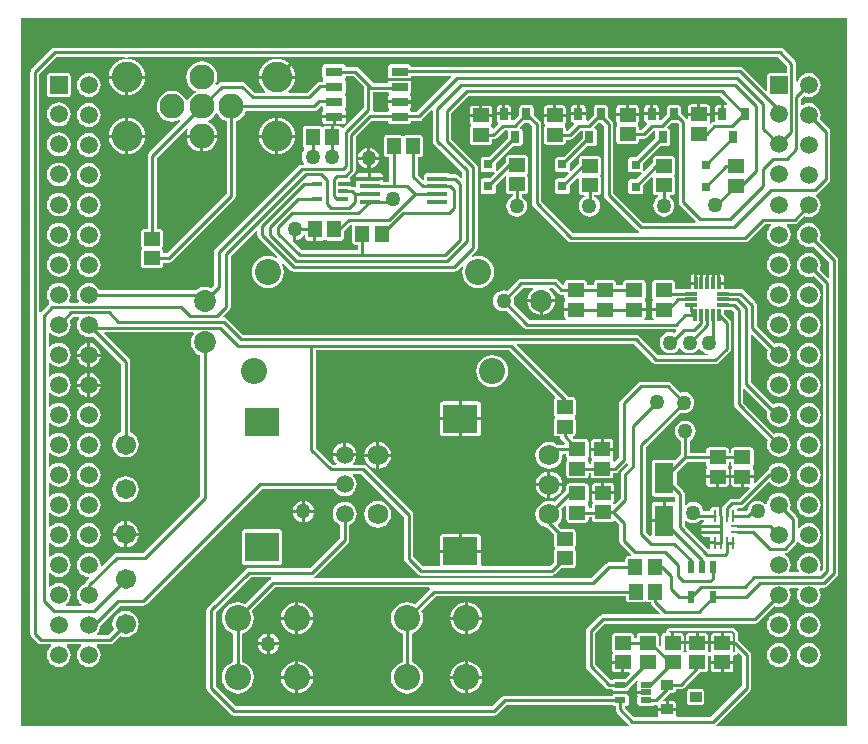
<source format=gtl>
G04 Layer_Physical_Order=1*
G04 Layer_Color=255*
%FSLAX23Y23*%
%MOIN*%
G70*
G01*
G75*
%ADD10R,0.045X0.053*%
%ADD11R,0.053X0.045*%
%ADD12R,0.055X0.045*%
%ADD13R,0.033X0.016*%
%ADD14R,0.069X0.018*%
%ADD15R,0.010X0.039*%
%ADD16R,0.039X0.010*%
%ADD17R,0.057X0.030*%
%ADD18R,0.039X0.033*%
%ADD19R,0.028X0.039*%
%ADD20R,0.037X0.020*%
%ADD21R,0.031X0.031*%
%ADD22R,0.045X0.055*%
%ADD23R,0.063X0.102*%
%ADD24R,0.012X0.039*%
%ADD25R,0.039X0.012*%
%ADD26R,0.024X0.043*%
%ADD27C,0.010*%
%ADD28C,0.067*%
%ADD29C,0.059*%
%ADD30R,0.112X0.098*%
%ADD31C,0.087*%
%ADD32C,0.073*%
%ADD33R,0.118X0.094*%
%ADD34C,0.069*%
%ADD35R,0.059X0.059*%
%ADD36C,0.102*%
%ADD37C,0.083*%
%ADD38C,0.050*%
G36*
X2165Y3330D02*
X2162Y3326D01*
X2158Y3317D01*
X2157Y3306D01*
X2158Y3296D01*
X2162Y3286D01*
X2168Y3278D01*
X2177Y3272D01*
X2186Y3268D01*
X2196Y3266D01*
X2207Y3268D01*
X2211Y3270D01*
X2304Y3178D01*
Y2949D01*
X2297Y2946D01*
X2288Y2939D01*
X2281Y2930D01*
X2277Y2920D01*
X2275Y2908D01*
X2277Y2897D01*
X2281Y2887D01*
X2288Y2877D01*
X2297Y2870D01*
X2308Y2866D01*
X2319Y2865D01*
X2330Y2866D01*
X2341Y2870D01*
X2350Y2877D01*
X2357Y2887D01*
X2361Y2897D01*
X2363Y2908D01*
X2361Y2920D01*
X2357Y2930D01*
X2350Y2939D01*
X2341Y2946D01*
X2334Y2949D01*
Y3184D01*
X2333Y3190D01*
X2330Y3195D01*
X2247Y3277D01*
X2249Y3282D01*
X2544D01*
X2546Y3277D01*
X2542Y3272D01*
X2537Y3261D01*
X2536Y3249D01*
X2537Y3237D01*
X2542Y3226D01*
X2550Y3216D01*
X2559Y3208D01*
X2567Y3205D01*
Y2736D01*
X2379Y2547D01*
X2289D01*
X2284Y2546D01*
X2279Y2542D01*
X2241Y2504D01*
X2236Y2507D01*
X2235Y2517D01*
X2231Y2526D01*
X2225Y2534D01*
X2216Y2541D01*
X2207Y2545D01*
X2196Y2546D01*
X2186Y2545D01*
X2177Y2541D01*
X2168Y2534D01*
X2162Y2526D01*
X2158Y2517D01*
X2157Y2506D01*
X2158Y2496D01*
X2162Y2486D01*
X2168Y2478D01*
X2177Y2472D01*
X2186Y2468D01*
X2196Y2467D01*
X2198Y2462D01*
X2186Y2449D01*
X2182Y2444D01*
X2182Y2443D01*
X2177Y2441D01*
X2168Y2434D01*
X2162Y2426D01*
X2158Y2417D01*
X2157Y2406D01*
X2158Y2396D01*
X2162Y2386D01*
X2168Y2378D01*
X2173Y2375D01*
X2171Y2370D01*
X2121D01*
X2120Y2375D01*
X2125Y2378D01*
X2131Y2387D01*
X2135Y2396D01*
X2136Y2407D01*
X2135Y2417D01*
X2131Y2427D01*
X2125Y2435D01*
X2116Y2441D01*
X2107Y2445D01*
X2096Y2446D01*
X2086Y2445D01*
X2077Y2441D01*
X2068Y2435D01*
X2067Y2433D01*
X2062Y2434D01*
Y2479D01*
X2067Y2481D01*
X2068Y2479D01*
X2077Y2472D01*
X2086Y2468D01*
X2096Y2467D01*
X2107Y2468D01*
X2116Y2472D01*
X2125Y2479D01*
X2131Y2487D01*
X2135Y2496D01*
X2136Y2507D01*
X2135Y2517D01*
X2131Y2527D01*
X2125Y2535D01*
X2116Y2541D01*
X2107Y2545D01*
X2096Y2547D01*
X2086Y2545D01*
X2077Y2541D01*
X2068Y2535D01*
X2067Y2533D01*
X2062Y2534D01*
Y2579D01*
X2067Y2581D01*
X2068Y2579D01*
X2077Y2572D01*
X2086Y2568D01*
X2096Y2567D01*
X2107Y2568D01*
X2116Y2572D01*
X2125Y2579D01*
X2131Y2587D01*
X2135Y2597D01*
X2136Y2607D01*
X2135Y2617D01*
X2131Y2627D01*
X2125Y2635D01*
X2116Y2641D01*
X2107Y2645D01*
X2096Y2647D01*
X2086Y2645D01*
X2077Y2641D01*
X2068Y2635D01*
X2067Y2633D01*
X2062Y2635D01*
Y2679D01*
X2067Y2681D01*
X2068Y2679D01*
X2077Y2672D01*
X2086Y2669D01*
X2096Y2667D01*
X2107Y2669D01*
X2116Y2672D01*
X2125Y2679D01*
X2131Y2687D01*
X2135Y2697D01*
X2136Y2707D01*
X2135Y2717D01*
X2131Y2727D01*
X2125Y2735D01*
X2116Y2742D01*
X2107Y2746D01*
X2096Y2747D01*
X2086Y2746D01*
X2077Y2742D01*
X2068Y2735D01*
X2067Y2733D01*
X2062Y2735D01*
Y2779D01*
X2067Y2781D01*
X2068Y2779D01*
X2077Y2773D01*
X2086Y2769D01*
X2096Y2767D01*
X2107Y2769D01*
X2116Y2773D01*
X2125Y2779D01*
X2131Y2787D01*
X2135Y2797D01*
X2136Y2807D01*
X2135Y2817D01*
X2131Y2827D01*
X2125Y2835D01*
X2116Y2842D01*
X2107Y2846D01*
X2096Y2847D01*
X2086Y2846D01*
X2077Y2842D01*
X2068Y2835D01*
X2067Y2833D01*
X2062Y2835D01*
Y2880D01*
X2067Y2881D01*
X2068Y2879D01*
X2077Y2873D01*
X2086Y2869D01*
X2096Y2867D01*
X2107Y2869D01*
X2116Y2873D01*
X2125Y2879D01*
X2131Y2887D01*
X2135Y2897D01*
X2136Y2907D01*
X2135Y2918D01*
X2131Y2927D01*
X2125Y2935D01*
X2116Y2942D01*
X2107Y2946D01*
X2096Y2947D01*
X2086Y2946D01*
X2077Y2942D01*
X2068Y2935D01*
X2067Y2933D01*
X2062Y2935D01*
Y2980D01*
X2067Y2981D01*
X2068Y2979D01*
X2077Y2973D01*
X2086Y2969D01*
X2096Y2968D01*
X2107Y2969D01*
X2116Y2973D01*
X2125Y2979D01*
X2131Y2988D01*
X2135Y2997D01*
X2136Y3007D01*
X2135Y3018D01*
X2131Y3027D01*
X2125Y3036D01*
X2116Y3042D01*
X2107Y3046D01*
X2096Y3047D01*
X2086Y3046D01*
X2077Y3042D01*
X2068Y3036D01*
X2067Y3033D01*
X2062Y3035D01*
Y3080D01*
X2067Y3082D01*
X2068Y3079D01*
X2077Y3073D01*
X2086Y3069D01*
X2096Y3068D01*
X2107Y3069D01*
X2116Y3073D01*
X2125Y3079D01*
X2131Y3088D01*
X2135Y3097D01*
X2136Y3108D01*
X2135Y3118D01*
X2131Y3128D01*
X2125Y3136D01*
X2116Y3142D01*
X2107Y3146D01*
X2096Y3147D01*
X2086Y3146D01*
X2077Y3142D01*
X2068Y3136D01*
X2067Y3134D01*
X2062Y3135D01*
Y3180D01*
X2067Y3182D01*
X2068Y3180D01*
X2077Y3173D01*
X2086Y3169D01*
X2096Y3168D01*
X2107Y3169D01*
X2116Y3173D01*
X2125Y3180D01*
X2131Y3188D01*
X2135Y3197D01*
X2136Y3208D01*
X2135Y3218D01*
X2131Y3228D01*
X2125Y3236D01*
X2116Y3242D01*
X2107Y3246D01*
X2096Y3248D01*
X2086Y3246D01*
X2077Y3242D01*
X2068Y3236D01*
X2067Y3234D01*
X2062Y3235D01*
Y3280D01*
X2067Y3282D01*
X2068Y3280D01*
X2077Y3273D01*
X2086Y3269D01*
X2096Y3268D01*
X2107Y3269D01*
X2116Y3273D01*
X2125Y3280D01*
X2131Y3288D01*
X2135Y3298D01*
X2136Y3308D01*
X2135Y3318D01*
X2133Y3323D01*
X2144Y3334D01*
X2162D01*
X2165Y3330D01*
D02*
G37*
G36*
X3343Y4021D02*
Y3920D01*
X3344Y3914D01*
X3347Y3909D01*
X3440Y3816D01*
Y3799D01*
X3436Y3797D01*
X3428Y3805D01*
X3423Y3808D01*
X3417Y3810D01*
X3400D01*
X3400Y3810D01*
X3397Y3813D01*
X3393Y3813D01*
X3324D01*
X3320Y3813D01*
X3317Y3810D01*
X3314Y3807D01*
X3314Y3803D01*
Y3792D01*
X3309Y3790D01*
X3292Y3808D01*
Y3866D01*
X3299D01*
X3303Y3867D01*
X3306Y3869D01*
X3309Y3872D01*
X3309Y3876D01*
Y3929D01*
X3309Y3933D01*
X3306Y3936D01*
X3303Y3939D01*
X3299Y3939D01*
X3254D01*
X3250Y3939D01*
X3247Y3936D01*
X3241D01*
X3238Y3939D01*
X3234Y3939D01*
X3189D01*
X3185Y3939D01*
X3182Y3936D01*
X3180Y3933D01*
X3179Y3929D01*
Y3876D01*
X3180Y3872D01*
X3182Y3869D01*
X3185Y3867D01*
X3189Y3866D01*
X3196D01*
Y3784D01*
X3178D01*
X3177Y3785D01*
Y3789D01*
X3132D01*
X3087D01*
Y3785D01*
X3088Y3782D01*
X3088Y3781D01*
X3088Y3781D01*
X3087Y3778D01*
Y3768D01*
X3082Y3765D01*
X3081Y3766D01*
X3075Y3767D01*
X3073D01*
X3071Y3770D01*
Y3773D01*
X3044D01*
Y3783D01*
X3071D01*
Y3785D01*
X3070Y3789D01*
X3068Y3793D01*
X3068Y3799D01*
X3082Y3812D01*
X3085Y3817D01*
X3086Y3823D01*
Y3935D01*
X3138Y3986D01*
X3194D01*
Y3986D01*
X3194Y3982D01*
X3197Y3979D01*
X3200Y3977D01*
X3204Y3976D01*
X3261D01*
X3265Y3977D01*
X3268Y3979D01*
X3270Y3982D01*
X3271Y3986D01*
Y3986D01*
X3296D01*
X3302Y3988D01*
X3307Y3991D01*
X3338Y4022D01*
X3343Y4021D01*
D02*
G37*
G36*
X4350Y2279D02*
Y2217D01*
X4347Y2216D01*
X4344Y2221D01*
X4345Y2224D01*
Y2242D01*
X4307D01*
X4269D01*
Y2224D01*
X4270Y2221D01*
X4271Y2220D01*
X4268Y2215D01*
X4262D01*
X4260Y2220D01*
X4260Y2221D01*
X4261Y2224D01*
Y2242D01*
X4224D01*
X4188D01*
Y2224D01*
X4188Y2221D01*
X4189Y2220D01*
X4186Y2215D01*
X4180D01*
X4177Y2220D01*
X4178Y2221D01*
X4179Y2224D01*
Y2242D01*
X4142D01*
Y2247D01*
X4137D01*
Y2280D01*
X4132D01*
X4131Y2285D01*
X4143Y2285D01*
X4344D01*
X4350Y2279D01*
D02*
G37*
G36*
X2626Y4009D02*
X2635Y3998D01*
X2645Y3990D01*
X2656Y3985D01*
Y3743D01*
X2458Y3545D01*
X2444D01*
Y3552D01*
X2443Y3556D01*
X2441Y3559D01*
Y3565D01*
X2443Y3568D01*
X2444Y3572D01*
Y3617D01*
X2443Y3621D01*
X2441Y3624D01*
X2438Y3627D01*
X2434Y3627D01*
X2423D01*
Y3863D01*
X2523Y3963D01*
X2527Y3960D01*
X2523Y3949D01*
X2522Y3941D01*
X2624D01*
X2623Y3949D01*
X2618Y3962D01*
X2609Y3973D01*
X2599Y3981D01*
X2594Y3983D01*
Y3988D01*
X2599Y3990D01*
X2609Y3998D01*
X2618Y4009D01*
X2620Y4013D01*
X2625D01*
X2626Y4009D01*
D02*
G37*
G36*
X3073Y3640D02*
X3075Y3637D01*
Y3584D01*
X3076Y3580D01*
X3078Y3576D01*
X3082Y3574D01*
X3086Y3573D01*
X3093D01*
Y3555D01*
X2906D01*
X2875Y3586D01*
X2877Y3589D01*
Y3625D01*
X2887D01*
Y3590D01*
X2891Y3591D01*
X2900Y3594D01*
X2907Y3600D01*
X2912Y3607D01*
X2914Y3607D01*
X2917Y3605D01*
Y3598D01*
X2918Y3595D01*
X2920Y3591D01*
X2923Y3589D01*
X2927Y3588D01*
X2945D01*
Y3626D01*
X2955D01*
Y3588D01*
X2972D01*
X2976Y3589D01*
X2980Y3591D01*
X2985D01*
X2988Y3589D01*
X2992Y3588D01*
X3037D01*
X3041Y3589D01*
X3045Y3591D01*
X3047Y3595D01*
X3048Y3598D01*
Y3620D01*
X3067Y3640D01*
X3073Y3640D01*
D02*
G37*
G36*
X4246Y2651D02*
X4244Y2650D01*
X4241Y2648D01*
X4239Y2645D01*
X4238Y2641D01*
X4268D01*
Y2631D01*
X4238D01*
X4239Y2627D01*
X4240Y2626D01*
X4239Y2625D01*
X4238Y2621D01*
X4268D01*
Y2611D01*
X4238D01*
X4239Y2607D01*
X4241Y2604D01*
X4244Y2602D01*
X4248Y2601D01*
X4268D01*
X4268Y2601D01*
Y2586D01*
X4283D01*
Y2576D01*
X4268D01*
Y2561D01*
X4267Y2560D01*
X4260Y2560D01*
X4182Y2638D01*
Y2654D01*
X4187Y2655D01*
X4193Y2651D01*
X4201Y2647D01*
X4211Y2646D01*
X4220Y2647D01*
X4228Y2651D01*
X4235Y2656D01*
X4246D01*
X4246Y2651D01*
D02*
G37*
G36*
X3760Y3412D02*
X3765Y3409D01*
X3771Y3408D01*
X3781D01*
Y3401D01*
X3782Y3397D01*
X3784Y3393D01*
Y3388D01*
X3782Y3385D01*
X3781Y3381D01*
Y3363D01*
X3819D01*
Y3353D01*
X3781D01*
Y3336D01*
X3782Y3332D01*
X3784Y3328D01*
X3786Y3327D01*
X3784Y3322D01*
X3664D01*
X3612Y3375D01*
X3613Y3378D01*
X3614Y3387D01*
X3613Y3396D01*
X3612Y3398D01*
X3644Y3430D01*
X3676D01*
X3677Y3425D01*
X3671Y3420D01*
X3664Y3410D01*
X3659Y3399D01*
X3658Y3392D01*
X3750D01*
X3750Y3399D01*
X3745Y3410D01*
X3737Y3420D01*
X3731Y3425D01*
X3733Y3430D01*
X3743D01*
X3760Y3412D01*
D02*
G37*
G36*
X4724Y1969D02*
X4288D01*
X4286Y1973D01*
X4286Y1974D01*
X4401Y2088D01*
X4404Y2093D01*
X4405Y2098D01*
Y2208D01*
X4404Y2214D01*
X4401Y2218D01*
X4361Y2258D01*
X4361Y2258D01*
Y2279D01*
X4360Y2282D01*
X4358Y2286D01*
X4351Y2293D01*
X4347Y2295D01*
X4344Y2296D01*
X4143D01*
X4142Y2296D01*
X4142Y2296D01*
X4131Y2295D01*
X4129Y2295D01*
X4127Y2294D01*
X4127Y2294D01*
X4127Y2294D01*
X4126Y2293D01*
X4124Y2292D01*
X4124Y2292D01*
X4124Y2292D01*
X4123Y2290D01*
X4122Y2289D01*
X4122Y2288D01*
X4122Y2288D01*
X4122Y2286D01*
X4121Y2285D01*
X4121Y2283D01*
X4118Y2280D01*
X4115D01*
X4111Y2279D01*
X4108Y2277D01*
X4106Y2274D01*
X4105Y2270D01*
Y2238D01*
X4100Y2236D01*
X4096Y2241D01*
Y2270D01*
X4095Y2274D01*
X4093Y2277D01*
X4090Y2279D01*
X4086Y2280D01*
X4032D01*
X4029Y2279D01*
X4025Y2277D01*
X4023Y2274D01*
X4022Y2270D01*
Y2262D01*
X4013D01*
Y2270D01*
X4012Y2274D01*
X4010Y2277D01*
X4007Y2279D01*
X4003Y2280D01*
X3950D01*
X3946Y2279D01*
X3943Y2277D01*
X3940Y2274D01*
X3940Y2270D01*
Y2224D01*
X3940Y2221D01*
X3943Y2217D01*
Y2212D01*
X3940Y2209D01*
X3940Y2205D01*
Y2187D01*
X3976D01*
Y2182D01*
X3981D01*
Y2149D01*
X3998D01*
X4000Y2144D01*
X3983Y2127D01*
X3949D01*
X3945Y2127D01*
X3942Y2124D01*
X3936Y2124D01*
X3884Y2176D01*
Y2280D01*
X3916Y2311D01*
X4417D01*
X4422Y2313D01*
X4427Y2316D01*
X4481Y2370D01*
X4486Y2368D01*
X4496Y2367D01*
X4507Y2368D01*
X4516Y2372D01*
X4525Y2378D01*
X4531Y2387D01*
X4535Y2396D01*
X4536Y2407D01*
X4535Y2417D01*
X4531Y2426D01*
X4533Y2431D01*
X4560D01*
X4562Y2426D01*
X4558Y2417D01*
X4557Y2406D01*
X4558Y2396D01*
X4562Y2386D01*
X4568Y2378D01*
X4577Y2372D01*
X4586Y2368D01*
X4596Y2366D01*
X4607Y2368D01*
X4616Y2372D01*
X4625Y2378D01*
X4631Y2386D01*
X4635Y2396D01*
X4636Y2406D01*
X4635Y2417D01*
X4631Y2426D01*
X4633Y2431D01*
X4647D01*
X4653Y2432D01*
X4657Y2435D01*
X4691Y2469D01*
X4694Y2473D01*
X4695Y2479D01*
Y3523D01*
X4694Y3528D01*
X4691Y3533D01*
X4633Y3591D01*
X4635Y3596D01*
X4636Y3606D01*
X4635Y3617D01*
X4631Y3626D01*
X4625Y3634D01*
X4616Y3641D01*
X4607Y3645D01*
X4596Y3646D01*
X4586Y3645D01*
X4577Y3641D01*
X4568Y3634D01*
X4562Y3626D01*
X4558Y3617D01*
X4557Y3606D01*
X4558Y3596D01*
X4562Y3586D01*
X4568Y3578D01*
X4577Y3572D01*
X4586Y3568D01*
X4596Y3566D01*
X4607Y3568D01*
X4611Y3570D01*
X4665Y3516D01*
Y3466D01*
X4660Y3464D01*
X4633Y3491D01*
X4635Y3496D01*
X4636Y3506D01*
X4635Y3517D01*
X4631Y3526D01*
X4625Y3534D01*
X4616Y3541D01*
X4607Y3545D01*
X4596Y3546D01*
X4586Y3545D01*
X4577Y3541D01*
X4568Y3534D01*
X4562Y3526D01*
X4558Y3517D01*
X4557Y3506D01*
X4558Y3496D01*
X4562Y3486D01*
X4568Y3478D01*
X4577Y3472D01*
X4586Y3468D01*
X4596Y3466D01*
X4607Y3468D01*
X4611Y3470D01*
X4642Y3439D01*
Y2493D01*
X4637Y2487D01*
X4632Y2490D01*
X4635Y2496D01*
X4636Y2506D01*
X4635Y2517D01*
X4631Y2526D01*
X4625Y2534D01*
X4616Y2541D01*
X4607Y2545D01*
X4596Y2546D01*
X4586Y2545D01*
X4577Y2541D01*
X4568Y2534D01*
X4562Y2526D01*
X4558Y2517D01*
X4557Y2506D01*
X4558Y2496D01*
X4562Y2487D01*
X4560Y2483D01*
X4560Y2482D01*
X4533D01*
X4531Y2486D01*
X4531Y2487D01*
X4535Y2496D01*
X4536Y2507D01*
X4535Y2517D01*
X4531Y2527D01*
X4525Y2535D01*
X4517Y2541D01*
X4517Y2543D01*
X4518Y2546D01*
X4523Y2547D01*
X4528Y2550D01*
X4555Y2578D01*
X4558Y2583D01*
X4564Y2584D01*
X4568Y2578D01*
X4577Y2572D01*
X4586Y2568D01*
X4596Y2566D01*
X4607Y2568D01*
X4616Y2572D01*
X4625Y2578D01*
X4631Y2586D01*
X4635Y2596D01*
X4636Y2606D01*
X4635Y2617D01*
X4631Y2626D01*
X4625Y2634D01*
X4616Y2641D01*
X4607Y2645D01*
X4596Y2646D01*
X4586Y2645D01*
X4577Y2641D01*
X4568Y2634D01*
X4565Y2630D01*
X4560Y2631D01*
Y2659D01*
X4558Y2665D01*
X4555Y2670D01*
X4533Y2692D01*
X4535Y2697D01*
X4536Y2707D01*
X4535Y2717D01*
X4531Y2727D01*
X4525Y2735D01*
X4516Y2742D01*
X4507Y2746D01*
X4496Y2747D01*
X4486Y2746D01*
X4477Y2742D01*
X4468Y2735D01*
X4462Y2727D01*
X4458Y2717D01*
X4457Y2711D01*
X4452Y2709D01*
X4451Y2710D01*
X4444Y2716D01*
X4435Y2719D01*
X4426Y2720D01*
X4417Y2719D01*
X4409Y2716D01*
X4401Y2710D01*
X4396Y2703D01*
X4392Y2694D01*
X4391Y2689D01*
X4389Y2686D01*
X4358D01*
Y2691D01*
X4358Y2692D01*
X4361Y2697D01*
X4370D01*
X4376Y2698D01*
X4381Y2702D01*
X4461Y2782D01*
X4466Y2782D01*
X4468Y2779D01*
X4477Y2773D01*
X4486Y2769D01*
X4496Y2767D01*
X4507Y2769D01*
X4516Y2773D01*
X4525Y2779D01*
X4531Y2787D01*
X4535Y2797D01*
X4536Y2807D01*
X4535Y2817D01*
X4531Y2827D01*
X4525Y2835D01*
X4516Y2842D01*
X4507Y2846D01*
X4496Y2847D01*
X4486Y2846D01*
X4477Y2842D01*
X4468Y2835D01*
X4462Y2827D01*
X4460Y2821D01*
X4459Y2821D01*
X4454Y2818D01*
X4417Y2781D01*
X4412Y2783D01*
Y2796D01*
X4379D01*
Y2768D01*
X4397D01*
X4399Y2763D01*
X4364Y2728D01*
X4341D01*
X4335Y2727D01*
X4330Y2723D01*
X4312Y2706D01*
X4309Y2701D01*
X4309Y2701D01*
X4308Y2701D01*
Y2697D01*
X4308Y2695D01*
Y2671D01*
X4298D01*
X4298Y2672D01*
Y2691D01*
X4298Y2691D01*
Y2701D01*
X4294Y2700D01*
X4293Y2699D01*
X4292Y2700D01*
X4288Y2701D01*
X4278D01*
X4274Y2700D01*
X4271Y2698D01*
X4269Y2695D01*
X4268Y2691D01*
Y2686D01*
X4245D01*
X4245Y2690D01*
X4241Y2699D01*
X4236Y2706D01*
X4228Y2712D01*
X4220Y2715D01*
X4211Y2716D01*
X4201Y2715D01*
X4193Y2712D01*
X4187Y2707D01*
X4182Y2708D01*
Y2743D01*
X4180Y2749D01*
X4177Y2754D01*
X4156Y2776D01*
Y2816D01*
X4191Y2851D01*
X4255D01*
Y2844D01*
X4255Y2840D01*
X4258Y2836D01*
Y2831D01*
X4255Y2828D01*
X4255Y2824D01*
Y2806D01*
X4292D01*
X4330D01*
Y2824D01*
X4329Y2828D01*
X4327Y2831D01*
Y2836D01*
X4329Y2840D01*
X4330Y2844D01*
Y2851D01*
X4336D01*
Y2844D01*
X4337Y2840D01*
X4339Y2836D01*
Y2831D01*
X4337Y2828D01*
X4336Y2824D01*
Y2806D01*
X4374D01*
X4412D01*
Y2824D01*
X4411Y2828D01*
X4409Y2831D01*
Y2836D01*
X4411Y2840D01*
X4412Y2844D01*
Y2889D01*
X4411Y2893D01*
X4409Y2896D01*
X4405Y2898D01*
X4402Y2899D01*
X4346D01*
X4343Y2898D01*
X4339Y2896D01*
X4337Y2893D01*
X4336Y2889D01*
Y2881D01*
X4330D01*
Y2889D01*
X4329Y2893D01*
X4327Y2896D01*
X4324Y2898D01*
X4320Y2899D01*
X4265D01*
X4261Y2898D01*
X4258Y2896D01*
X4255Y2893D01*
X4255Y2889D01*
Y2881D01*
X4200D01*
Y2921D01*
X4202Y2922D01*
X4209Y2928D01*
X4215Y2935D01*
X4218Y2943D01*
X4220Y2953D01*
X4218Y2962D01*
X4215Y2970D01*
X4209Y2977D01*
X4202Y2983D01*
X4193Y2987D01*
X4184Y2988D01*
X4175Y2987D01*
X4167Y2983D01*
X4159Y2977D01*
X4154Y2970D01*
X4150Y2962D01*
X4149Y2953D01*
X4150Y2943D01*
X4154Y2935D01*
X4159Y2928D01*
X4167Y2922D01*
X4169Y2921D01*
Y2872D01*
X4151Y2855D01*
X4149Y2856D01*
X4145Y2857D01*
X4082D01*
X4078Y2856D01*
X4075Y2854D01*
X4073Y2851D01*
X4072Y2847D01*
Y2745D01*
X4073Y2741D01*
X4075Y2737D01*
X4078Y2735D01*
X4082Y2734D01*
X4145D01*
X4146Y2735D01*
X4151Y2731D01*
Y2719D01*
X4146Y2715D01*
X4145Y2715D01*
X4119D01*
Y2654D01*
X4114D01*
Y2649D01*
X4072D01*
Y2605D01*
X4067Y2603D01*
X4053Y2618D01*
Y2899D01*
X4169Y3015D01*
X4171Y3014D01*
X4180Y3013D01*
X4189Y3014D01*
X4198Y3018D01*
X4205Y3023D01*
X4211Y3031D01*
X4214Y3039D01*
X4215Y3048D01*
X4214Y3057D01*
X4211Y3066D01*
X4205Y3073D01*
X4198Y3079D01*
X4189Y3082D01*
X4180Y3084D01*
X4171Y3082D01*
X4169Y3081D01*
X4137Y3113D01*
X4132Y3116D01*
X4126Y3118D01*
X4036D01*
X4031Y3116D01*
X4026Y3113D01*
X3970Y3057D01*
X3966Y3052D01*
X3965Y3046D01*
Y2865D01*
X3950Y2849D01*
X3945Y2852D01*
X3944Y2854D01*
X3942Y2858D01*
Y2863D01*
X3944Y2866D01*
X3945Y2870D01*
Y2888D01*
X3870D01*
Y2870D01*
X3871Y2866D01*
X3873Y2863D01*
Y2858D01*
X3871Y2854D01*
X3870Y2850D01*
Y2843D01*
X3862D01*
Y2850D01*
X3861Y2854D01*
X3859Y2858D01*
Y2863D01*
X3861Y2866D01*
X3862Y2870D01*
Y2915D01*
X3861Y2919D01*
X3859Y2923D01*
X3855Y2925D01*
X3851Y2926D01*
X3814D01*
X3809Y2930D01*
X3811Y2935D01*
X3813Y2935D01*
X3816Y2938D01*
X3818Y2941D01*
X3819Y2945D01*
Y2990D01*
X3818Y2994D01*
X3816Y2997D01*
Y3003D01*
X3818Y3006D01*
X3819Y3010D01*
Y3055D01*
X3818Y3059D01*
X3816Y3062D01*
X3813Y3065D01*
X3809Y3065D01*
X3796D01*
X3793Y3069D01*
X3623Y3239D01*
X3625Y3244D01*
X4012D01*
X4077Y3179D01*
X4082Y3176D01*
X4088Y3175D01*
X4284D01*
X4290Y3176D01*
X4295Y3179D01*
X4334Y3218D01*
X4337Y3222D01*
X4338Y3228D01*
Y3312D01*
X4337Y3318D01*
X4334Y3323D01*
X4313Y3344D01*
Y3356D01*
X4330D01*
X4334Y3357D01*
X4334Y3357D01*
X4341D01*
X4347Y3351D01*
Y3042D01*
X4348Y3036D01*
X4351Y3031D01*
X4460Y2922D01*
X4458Y2918D01*
X4457Y2907D01*
X4458Y2897D01*
X4462Y2887D01*
X4468Y2879D01*
X4477Y2873D01*
X4486Y2869D01*
X4496Y2867D01*
X4507Y2869D01*
X4516Y2873D01*
X4525Y2879D01*
X4531Y2887D01*
X4535Y2897D01*
X4536Y2907D01*
X4535Y2918D01*
X4531Y2927D01*
X4525Y2935D01*
X4516Y2942D01*
X4507Y2946D01*
X4496Y2947D01*
X4486Y2946D01*
X4481Y2944D01*
X4377Y3048D01*
Y3092D01*
X4382Y3094D01*
X4458Y3018D01*
X4458Y3018D01*
X4457Y3007D01*
X4458Y2997D01*
X4462Y2988D01*
X4468Y2979D01*
X4477Y2973D01*
X4486Y2969D01*
X4496Y2968D01*
X4507Y2969D01*
X4516Y2973D01*
X4525Y2979D01*
X4531Y2988D01*
X4535Y2997D01*
X4536Y3007D01*
X4535Y3018D01*
X4531Y3027D01*
X4525Y3036D01*
X4516Y3042D01*
X4507Y3046D01*
X4496Y3047D01*
X4486Y3046D01*
X4477Y3042D01*
X4402Y3118D01*
Y3274D01*
X4407Y3276D01*
X4460Y3223D01*
X4458Y3218D01*
X4457Y3208D01*
X4458Y3197D01*
X4462Y3188D01*
X4468Y3180D01*
X4477Y3173D01*
X4486Y3169D01*
X4496Y3168D01*
X4507Y3169D01*
X4516Y3173D01*
X4525Y3180D01*
X4531Y3188D01*
X4535Y3197D01*
X4536Y3208D01*
X4535Y3218D01*
X4531Y3228D01*
X4525Y3236D01*
X4516Y3242D01*
X4507Y3246D01*
X4496Y3248D01*
X4486Y3246D01*
X4481Y3244D01*
X4423Y3303D01*
Y3372D01*
X4422Y3378D01*
X4418Y3383D01*
X4379Y3422D01*
X4374Y3426D01*
X4368Y3427D01*
X4334D01*
X4334Y3427D01*
X4330Y3428D01*
X4313D01*
Y3440D01*
X4296D01*
Y3445D01*
X4291D01*
Y3475D01*
X4290D01*
X4286Y3474D01*
X4283Y3475D01*
X4282D01*
Y3445D01*
X4272D01*
Y3475D01*
X4270D01*
X4267Y3474D01*
X4263Y3475D01*
X4262D01*
Y3445D01*
X4252D01*
Y3475D01*
X4251D01*
X4247Y3474D01*
X4243Y3475D01*
X4242D01*
Y3445D01*
X4232D01*
Y3475D01*
X4231D01*
X4228Y3474D01*
X4225Y3475D01*
X4224D01*
Y3445D01*
X4219D01*
Y3440D01*
X4202D01*
Y3428D01*
X4184D01*
X4180Y3427D01*
X4180Y3427D01*
X4150D01*
Y3446D01*
X4149Y3450D01*
X4147Y3453D01*
X4144Y3455D01*
X4140Y3456D01*
X4085D01*
X4081Y3455D01*
X4077Y3453D01*
X4075Y3450D01*
X4074Y3446D01*
Y3401D01*
X4075Y3397D01*
X4077Y3393D01*
Y3388D01*
X4075Y3385D01*
X4074Y3381D01*
Y3363D01*
X4112D01*
Y3353D01*
X4074D01*
Y3336D01*
X4075Y3332D01*
X4077Y3328D01*
X4079Y3327D01*
X4077Y3322D01*
X4049D01*
X4048Y3327D01*
X4049Y3328D01*
X4051Y3332D01*
X4052Y3336D01*
Y3353D01*
X4014D01*
Y3363D01*
X4052D01*
Y3381D01*
X4051Y3385D01*
X4049Y3388D01*
Y3393D01*
X4051Y3397D01*
X4052Y3401D01*
Y3446D01*
X4051Y3450D01*
X4049Y3453D01*
X4046Y3455D01*
X4042Y3456D01*
X3987D01*
X3983Y3455D01*
X3980Y3453D01*
X3977Y3450D01*
X3977Y3446D01*
Y3439D01*
X3954D01*
Y3446D01*
X3954Y3450D01*
X3951Y3453D01*
X3948Y3455D01*
X3944Y3456D01*
X3889D01*
X3885Y3455D01*
X3882Y3453D01*
X3880Y3450D01*
X3879Y3446D01*
Y3439D01*
X3857D01*
Y3446D01*
X3856Y3450D01*
X3854Y3453D01*
X3850Y3455D01*
X3846Y3456D01*
X3791D01*
X3787Y3455D01*
X3784Y3453D01*
X3782Y3450D01*
X3781Y3446D01*
Y3441D01*
X3776Y3439D01*
X3760Y3456D01*
X3755Y3459D01*
X3749Y3460D01*
X3638D01*
X3632Y3459D01*
X3627Y3456D01*
X3591Y3420D01*
X3588Y3421D01*
X3579Y3422D01*
X3570Y3421D01*
X3561Y3417D01*
X3554Y3412D01*
X3548Y3404D01*
X3545Y3396D01*
X3543Y3387D01*
X3545Y3378D01*
X3548Y3369D01*
X3554Y3362D01*
X3561Y3356D01*
X3570Y3353D01*
X3579Y3352D01*
X3588Y3353D01*
X3590Y3353D01*
X3647Y3296D01*
X3652Y3293D01*
X3657Y3292D01*
X4153D01*
X4154Y3290D01*
X4155Y3287D01*
X4148Y3280D01*
X4143Y3282D01*
X4134Y3283D01*
X4125Y3282D01*
X4116Y3279D01*
X4109Y3273D01*
X4103Y3266D01*
X4100Y3257D01*
X4099Y3248D01*
X4100Y3239D01*
X4103Y3230D01*
X4109Y3223D01*
X4116Y3217D01*
X4125Y3214D01*
X4134Y3213D01*
X4143Y3214D01*
X4152Y3217D01*
X4159Y3223D01*
X4163Y3229D01*
X4165Y3229D01*
X4168Y3229D01*
X4169Y3228D01*
X4174Y3222D01*
X4181Y3216D01*
X4190Y3213D01*
X4199Y3212D01*
X4208Y3213D01*
X4216Y3216D01*
X4224Y3222D01*
X4228Y3227D01*
X4231Y3227D01*
X4234Y3227D01*
X4239Y3220D01*
X4246Y3215D01*
X4255Y3211D01*
X4260Y3210D01*
X4260Y3205D01*
X4094D01*
X4030Y3270D01*
X4025Y3273D01*
X4019Y3274D01*
X2711D01*
X2658Y3327D01*
X2653Y3331D01*
X2648Y3332D01*
X2646Y3334D01*
X2645Y3336D01*
X2664Y3355D01*
X2668Y3360D01*
X2669Y3366D01*
Y3537D01*
X2753Y3621D01*
X2757Y3619D01*
Y3606D01*
X2759Y3600D01*
X2762Y3595D01*
X2824Y3533D01*
X2821Y3529D01*
X2820Y3530D01*
X2807Y3535D01*
X2793Y3537D01*
X2779Y3535D01*
X2766Y3530D01*
X2755Y3521D01*
X2747Y3510D01*
X2741Y3497D01*
X2740Y3483D01*
X2741Y3469D01*
X2747Y3456D01*
X2755Y3445D01*
X2766Y3437D01*
X2779Y3431D01*
X2793Y3430D01*
X2807Y3431D01*
X2820Y3437D01*
X2831Y3445D01*
X2840Y3456D01*
X2845Y3469D01*
X2847Y3483D01*
X2845Y3497D01*
X2840Y3510D01*
X2839Y3511D01*
X2843Y3514D01*
X2869Y3488D01*
X2874Y3485D01*
X2880Y3484D01*
X3413D01*
X3419Y3485D01*
X3424Y3488D01*
X3439Y3503D01*
X3444Y3500D01*
X3442Y3497D01*
X3440Y3483D01*
X3442Y3469D01*
X3448Y3456D01*
X3456Y3445D01*
X3467Y3437D01*
X3480Y3431D01*
X3494Y3430D01*
X3508Y3431D01*
X3521Y3437D01*
X3532Y3445D01*
X3541Y3456D01*
X3546Y3469D01*
X3548Y3483D01*
X3546Y3497D01*
X3541Y3510D01*
X3532Y3521D01*
X3521Y3530D01*
X3508Y3535D01*
X3494Y3537D01*
X3480Y3535D01*
X3477Y3534D01*
X3474Y3538D01*
X3488Y3552D01*
X3491Y3557D01*
X3493Y3563D01*
X3493Y3563D01*
Y3834D01*
X3491Y3840D01*
X3488Y3844D01*
X3405Y3928D01*
Y4013D01*
X3462Y4070D01*
X4300D01*
X4325Y4045D01*
X4322Y4041D01*
X4322Y4041D01*
X4313D01*
Y4011D01*
X4308D01*
Y4006D01*
X4284D01*
Y3991D01*
X4285Y3989D01*
X4282Y3984D01*
X4281Y3984D01*
X4276Y3983D01*
X4271Y3979D01*
X4270Y3978D01*
X4266Y3981D01*
X4266Y3982D01*
X4267Y3986D01*
Y4004D01*
X4194D01*
Y3996D01*
X4189Y3994D01*
X4188Y3995D01*
X4171Y4012D01*
Y4031D01*
X4170Y4034D01*
X4168Y4038D01*
X4164Y4040D01*
X4161Y4041D01*
X4133D01*
X4129Y4040D01*
X4126Y4038D01*
X4124Y4034D01*
X4123Y4031D01*
Y4008D01*
X4103Y3989D01*
X4101Y3989D01*
X4096Y3991D01*
Y4006D01*
X4048D01*
Y3991D01*
X4049Y3987D01*
X4051Y3984D01*
X4054Y3982D01*
X4056Y3981D01*
X4058Y3976D01*
X4040Y3958D01*
X4029D01*
Y3966D01*
X4028Y3969D01*
X4026Y3973D01*
Y3978D01*
X4028Y3981D01*
X4029Y3985D01*
Y4003D01*
X3955D01*
Y3985D01*
X3956Y3981D01*
X3958Y3978D01*
Y3973D01*
X3956Y3969D01*
X3955Y3966D01*
Y3920D01*
X3956Y3916D01*
X3958Y3913D01*
X3961Y3911D01*
X3965Y3910D01*
X4018D01*
X4022Y3911D01*
X4026Y3913D01*
X4028Y3916D01*
X4029Y3920D01*
Y3928D01*
X4046D01*
X4052Y3929D01*
X4057Y3932D01*
X4078Y3953D01*
X4084Y3953D01*
X4085Y3952D01*
Y3930D01*
X4023Y3867D01*
X4003D01*
X3999Y3866D01*
X3996Y3864D01*
X3994Y3861D01*
X3993Y3857D01*
Y3825D01*
X3994Y3821D01*
X3996Y3818D01*
X3999Y3816D01*
X4003Y3815D01*
X4035D01*
X4038Y3816D01*
X4040Y3813D01*
X4041Y3812D01*
X4023Y3794D01*
X4003D01*
X3999Y3793D01*
X3996Y3791D01*
X3994Y3788D01*
X3993Y3784D01*
Y3752D01*
X3994Y3749D01*
X3996Y3745D01*
X3999Y3743D01*
X4003Y3742D01*
X4035D01*
X4039Y3743D01*
X4042Y3745D01*
X4044Y3749D01*
X4045Y3752D01*
Y3772D01*
X4074Y3801D01*
X4078Y3798D01*
X4077Y3794D01*
Y3749D01*
X4078Y3745D01*
X4080Y3742D01*
X4083Y3740D01*
X4087Y3739D01*
X4094D01*
X4095Y3736D01*
X4095Y3734D01*
X4088Y3729D01*
X4083Y3721D01*
X4079Y3713D01*
X4078Y3704D01*
X4079Y3695D01*
X4083Y3686D01*
X4088Y3679D01*
X4096Y3673D01*
X4104Y3670D01*
X4113Y3668D01*
X4122Y3670D01*
X4131Y3673D01*
X4138Y3679D01*
X4144Y3686D01*
X4147Y3695D01*
X4148Y3704D01*
X4147Y3713D01*
X4144Y3721D01*
X4138Y3729D01*
X4131Y3734D01*
X4132Y3736D01*
X4133Y3739D01*
X4140D01*
X4144Y3740D01*
X4147Y3742D01*
X4150Y3745D01*
X4150Y3749D01*
Y3794D01*
X4150Y3798D01*
X4147Y3802D01*
Y3807D01*
X4150Y3810D01*
X4150Y3814D01*
Y3859D01*
X4150Y3863D01*
X4147Y3866D01*
X4144Y3869D01*
X4140Y3869D01*
X4087D01*
X4083Y3869D01*
X4080Y3866D01*
X4078Y3863D01*
X4077Y3859D01*
Y3848D01*
X4077Y3847D01*
X4048Y3819D01*
X4047Y3820D01*
X4044Y3822D01*
X4045Y3825D01*
Y3846D01*
X4101Y3902D01*
X4123D01*
X4127Y3903D01*
X4130Y3905D01*
X4133Y3908D01*
X4133Y3912D01*
Y3952D01*
X4133Y3956D01*
X4130Y3959D01*
X4127Y3961D01*
X4126Y3961D01*
X4124Y3967D01*
X4139Y3981D01*
X4159D01*
X4162Y3978D01*
Y3717D01*
X4163Y3711D01*
X4166Y3706D01*
X4219Y3653D01*
X4217Y3648D01*
X4042D01*
X3944Y3746D01*
Y3976D01*
X3943Y3982D01*
X3940Y3987D01*
X3927Y4000D01*
Y4031D01*
X3926Y4034D01*
X3924Y4038D01*
X3921Y4040D01*
X3917Y4041D01*
X3889D01*
X3885Y4040D01*
X3882Y4038D01*
X3880Y4034D01*
X3879Y4031D01*
Y4008D01*
X3859Y3988D01*
X3857Y3989D01*
X3852Y3991D01*
Y4006D01*
X3804D01*
Y3991D01*
X3805Y3987D01*
X3807Y3984D01*
X3810Y3982D01*
X3813Y3981D01*
X3814Y3977D01*
X3815Y3976D01*
X3793Y3954D01*
X3786D01*
Y3964D01*
X3785Y3967D01*
X3783Y3971D01*
Y3976D01*
X3785Y3979D01*
X3786Y3983D01*
Y4001D01*
X3713D01*
Y3983D01*
X3713Y3979D01*
X3716Y3976D01*
Y3971D01*
X3713Y3967D01*
X3713Y3964D01*
Y3918D01*
X3713Y3914D01*
X3716Y3911D01*
X3719Y3909D01*
X3723Y3908D01*
X3776D01*
X3780Y3909D01*
X3783Y3911D01*
X3785Y3914D01*
X3786Y3918D01*
Y3924D01*
X3799D01*
X3805Y3925D01*
X3810Y3928D01*
X3835Y3953D01*
X3841Y3953D01*
X3842Y3952D01*
Y3930D01*
X3779Y3867D01*
X3760D01*
X3756Y3867D01*
X3752Y3864D01*
X3750Y3861D01*
X3749Y3857D01*
Y3826D01*
X3750Y3822D01*
X3752Y3819D01*
X3756Y3816D01*
X3760Y3816D01*
X3791D01*
X3794Y3816D01*
X3796Y3814D01*
X3797Y3812D01*
X3780Y3795D01*
X3760D01*
X3756Y3794D01*
X3752Y3792D01*
X3750Y3788D01*
X3749Y3784D01*
Y3753D01*
X3750Y3749D01*
X3752Y3746D01*
X3756Y3744D01*
X3760Y3743D01*
X3791D01*
X3795Y3744D01*
X3798Y3746D01*
X3800Y3749D01*
X3801Y3753D01*
Y3773D01*
X3824Y3796D01*
X3825Y3796D01*
X3829Y3794D01*
Y3750D01*
X3830Y3746D01*
X3832Y3743D01*
X3835Y3741D01*
X3839Y3740D01*
X3848D01*
X3849Y3735D01*
X3848Y3734D01*
X3840Y3729D01*
X3835Y3721D01*
X3831Y3713D01*
X3830Y3704D01*
X3831Y3695D01*
X3835Y3686D01*
X3840Y3679D01*
X3848Y3673D01*
X3856Y3670D01*
X3865Y3668D01*
X3874Y3670D01*
X3883Y3673D01*
X3890Y3679D01*
X3896Y3686D01*
X3899Y3695D01*
X3900Y3704D01*
X3899Y3713D01*
X3896Y3721D01*
X3890Y3729D01*
X3883Y3734D01*
X3881Y3735D01*
Y3740D01*
X3892D01*
X3896Y3741D01*
X3899Y3743D01*
X3902Y3746D01*
X3902Y3750D01*
Y3795D01*
X3902Y3799D01*
X3899Y3802D01*
Y3808D01*
X3902Y3811D01*
X3902Y3815D01*
Y3860D01*
X3902Y3864D01*
X3899Y3867D01*
X3896Y3870D01*
X3892Y3870D01*
X3839D01*
X3835Y3870D01*
X3832Y3867D01*
X3830Y3864D01*
X3829Y3860D01*
Y3844D01*
X3805Y3820D01*
X3803Y3821D01*
X3801Y3823D01*
X3801Y3826D01*
Y3846D01*
X3857Y3902D01*
X3879D01*
X3883Y3903D01*
X3886Y3905D01*
X3889Y3908D01*
X3889Y3912D01*
Y3952D01*
X3889Y3956D01*
X3886Y3959D01*
X3883Y3961D01*
X3882Y3961D01*
X3881Y3967D01*
X3895Y3981D01*
X3903D01*
X3914Y3970D01*
Y3740D01*
X3915Y3734D01*
X3918Y3729D01*
X4025Y3622D01*
X4030Y3619D01*
X4030Y3619D01*
X4030Y3614D01*
X3809D01*
X3704Y3719D01*
Y3977D01*
X3703Y3983D01*
X3700Y3988D01*
X3679Y4008D01*
Y4031D01*
X3678Y4034D01*
X3676Y4038D01*
X3673Y4040D01*
X3669Y4041D01*
X3641D01*
X3637Y4040D01*
X3634Y4038D01*
X3632Y4034D01*
X3631Y4031D01*
Y4008D01*
X3612Y3990D01*
X3606Y3990D01*
X3604Y3991D01*
Y4006D01*
X3556D01*
Y3991D01*
X3557Y3987D01*
X3559Y3984D01*
X3560Y3983D01*
X3561Y3977D01*
X3544Y3961D01*
X3542Y3962D01*
X3540Y3963D01*
X3539Y3967D01*
X3537Y3970D01*
Y3975D01*
X3539Y3978D01*
X3540Y3982D01*
Y4000D01*
X3466D01*
Y3982D01*
X3467Y3978D01*
X3469Y3975D01*
Y3970D01*
X3467Y3967D01*
X3466Y3963D01*
Y3917D01*
X3467Y3913D01*
X3469Y3910D01*
X3472Y3908D01*
X3476Y3907D01*
X3530D01*
X3533Y3908D01*
X3537Y3910D01*
X3539Y3913D01*
X3540Y3917D01*
Y3925D01*
X3545D01*
X3551Y3926D01*
X3556Y3929D01*
X3583Y3956D01*
X3589D01*
X3594Y3952D01*
Y3930D01*
X3531Y3867D01*
X3512D01*
X3508Y3867D01*
X3505Y3864D01*
X3502Y3861D01*
X3502Y3857D01*
Y3826D01*
X3502Y3822D01*
X3505Y3819D01*
X3508Y3816D01*
X3512Y3816D01*
X3543D01*
X3546Y3816D01*
X3548Y3814D01*
X3549Y3812D01*
X3532Y3795D01*
X3512D01*
X3508Y3794D01*
X3505Y3792D01*
X3502Y3788D01*
X3502Y3784D01*
Y3753D01*
X3502Y3749D01*
X3505Y3746D01*
X3508Y3744D01*
X3512Y3743D01*
X3543D01*
X3547Y3744D01*
X3551Y3746D01*
X3553Y3749D01*
X3554Y3753D01*
Y3773D01*
X3584Y3803D01*
X3586Y3802D01*
X3588Y3800D01*
X3587Y3797D01*
Y3752D01*
X3588Y3748D01*
X3590Y3745D01*
X3594Y3743D01*
X3597Y3742D01*
X3609D01*
Y3735D01*
X3605Y3733D01*
X3598Y3728D01*
X3592Y3720D01*
X3589Y3712D01*
X3588Y3703D01*
X3589Y3694D01*
X3592Y3685D01*
X3598Y3678D01*
X3605Y3672D01*
X3614Y3669D01*
X3623Y3667D01*
X3632Y3669D01*
X3641Y3672D01*
X3648Y3678D01*
X3654Y3685D01*
X3657Y3694D01*
X3658Y3703D01*
X3657Y3712D01*
X3654Y3720D01*
X3648Y3728D01*
X3641Y3733D01*
X3639Y3734D01*
Y3742D01*
X3651D01*
X3654Y3743D01*
X3658Y3745D01*
X3660Y3748D01*
X3661Y3752D01*
Y3797D01*
X3660Y3801D01*
X3658Y3804D01*
Y3810D01*
X3660Y3813D01*
X3661Y3817D01*
Y3862D01*
X3660Y3866D01*
X3658Y3869D01*
X3654Y3872D01*
X3651Y3872D01*
X3597D01*
X3594Y3872D01*
X3590Y3869D01*
X3588Y3866D01*
X3587Y3862D01*
Y3850D01*
X3557Y3820D01*
X3555Y3821D01*
X3553Y3823D01*
X3554Y3826D01*
Y3846D01*
X3609Y3902D01*
X3631D01*
X3635Y3903D01*
X3639Y3905D01*
X3641Y3908D01*
X3642Y3912D01*
Y3952D01*
X3641Y3956D01*
X3639Y3959D01*
X3635Y3961D01*
X3634Y3961D01*
X3633Y3967D01*
X3647Y3981D01*
X3663D01*
X3674Y3971D01*
Y3713D01*
X3675Y3707D01*
X3678Y3702D01*
X3792Y3588D01*
X3797Y3584D01*
X3803Y3583D01*
X4383D01*
X4389Y3584D01*
X4394Y3588D01*
X4449Y3643D01*
X4469D01*
X4470Y3638D01*
X4468Y3636D01*
X4462Y3628D01*
X4458Y3619D01*
X4457Y3608D01*
X4458Y3598D01*
X4462Y3588D01*
X4468Y3580D01*
X4477Y3574D01*
X4486Y3570D01*
X4496Y3568D01*
X4507Y3570D01*
X4516Y3574D01*
X4525Y3580D01*
X4531Y3588D01*
X4535Y3598D01*
X4536Y3608D01*
X4535Y3619D01*
X4531Y3628D01*
X4525Y3636D01*
X4522Y3638D01*
X4524Y3643D01*
X4549D01*
X4554Y3644D01*
X4559Y3648D01*
X4581Y3670D01*
X4586Y3668D01*
X4596Y3666D01*
X4607Y3668D01*
X4616Y3672D01*
X4625Y3678D01*
X4631Y3686D01*
X4635Y3696D01*
X4636Y3706D01*
X4635Y3717D01*
X4631Y3726D01*
X4625Y3734D01*
X4621Y3737D01*
X4622Y3743D01*
X4627Y3746D01*
X4662Y3782D01*
X4666Y3786D01*
X4667Y3792D01*
Y3951D01*
X4666Y3957D01*
X4662Y3962D01*
X4633Y3991D01*
X4635Y3996D01*
X4636Y4006D01*
X4635Y4017D01*
X4631Y4026D01*
X4625Y4034D01*
X4616Y4041D01*
X4607Y4045D01*
X4596Y4046D01*
X4586Y4045D01*
X4577Y4041D01*
X4575Y4040D01*
X4570Y4042D01*
Y4061D01*
X4580Y4070D01*
X4586Y4068D01*
X4596Y4066D01*
X4607Y4068D01*
X4616Y4072D01*
X4625Y4078D01*
X4631Y4086D01*
X4635Y4096D01*
X4636Y4106D01*
X4635Y4117D01*
X4631Y4126D01*
X4625Y4134D01*
X4616Y4141D01*
X4607Y4145D01*
X4596Y4146D01*
X4586Y4145D01*
X4577Y4141D01*
X4568Y4134D01*
X4562Y4126D01*
X4559Y4118D01*
X4554Y4119D01*
Y4177D01*
X4553Y4183D01*
X4549Y4188D01*
X4512Y4225D01*
X4507Y4229D01*
X4501Y4230D01*
X2082D01*
X2076Y4229D01*
X2071Y4225D01*
X2005Y4159D01*
X2002Y4154D01*
X2000Y4149D01*
Y2278D01*
X2002Y2272D01*
X2005Y2267D01*
X2026Y2246D01*
X2031Y2243D01*
X2036Y2242D01*
X2069D01*
X2071Y2237D01*
X2068Y2234D01*
X2062Y2226D01*
X2058Y2217D01*
X2057Y2206D01*
X2058Y2196D01*
X2062Y2186D01*
X2068Y2178D01*
X2077Y2172D01*
X2086Y2168D01*
X2096Y2166D01*
X2107Y2168D01*
X2116Y2172D01*
X2125Y2178D01*
X2131Y2186D01*
X2135Y2196D01*
X2136Y2206D01*
X2135Y2217D01*
X2131Y2226D01*
X2125Y2234D01*
X2122Y2237D01*
X2124Y2242D01*
X2169D01*
X2171Y2237D01*
X2168Y2234D01*
X2162Y2226D01*
X2158Y2217D01*
X2157Y2206D01*
X2158Y2196D01*
X2162Y2186D01*
X2168Y2178D01*
X2177Y2172D01*
X2186Y2168D01*
X2196Y2166D01*
X2207Y2168D01*
X2216Y2172D01*
X2225Y2178D01*
X2231Y2186D01*
X2235Y2196D01*
X2236Y2206D01*
X2235Y2217D01*
X2231Y2226D01*
X2225Y2234D01*
X2222Y2237D01*
X2224Y2242D01*
X2266D01*
X2272Y2243D01*
X2277Y2246D01*
X2301Y2270D01*
X2308Y2268D01*
X2319Y2266D01*
X2330Y2268D01*
X2341Y2272D01*
X2350Y2279D01*
X2357Y2288D01*
X2361Y2299D01*
X2363Y2310D01*
X2361Y2321D01*
X2357Y2332D01*
X2350Y2341D01*
X2341Y2348D01*
X2330Y2352D01*
X2319Y2354D01*
X2308Y2352D01*
X2297Y2348D01*
X2288Y2341D01*
X2281Y2332D01*
X2277Y2321D01*
X2275Y2310D01*
X2277Y2299D01*
X2279Y2292D01*
X2259Y2272D01*
X2225D01*
X2223Y2277D01*
X2225Y2278D01*
X2231Y2286D01*
X2235Y2296D01*
X2236Y2306D01*
X2236Y2308D01*
X2299Y2371D01*
X2378D01*
X2384Y2372D01*
X2389Y2375D01*
X2774Y2760D01*
X3013D01*
X3015Y2756D01*
X3021Y2747D01*
X3029Y2741D01*
X3039Y2737D01*
X3049Y2736D01*
X3060Y2737D01*
X3069Y2741D01*
X3077Y2747D01*
X3084Y2756D01*
X3088Y2765D01*
X3089Y2776D01*
X3088Y2786D01*
X3084Y2796D01*
X3077Y2804D01*
X3076Y2805D01*
X3078Y2810D01*
X3105D01*
X3247Y2668D01*
Y2528D01*
X3248Y2522D01*
X3251Y2517D01*
X3292Y2475D01*
X3297Y2472D01*
X3303Y2471D01*
X3739D01*
X3745Y2472D01*
X3750Y2475D01*
X3771Y2497D01*
X3809D01*
X3813Y2497D01*
X3816Y2500D01*
X3818Y2503D01*
X3819Y2507D01*
Y2552D01*
X3818Y2556D01*
X3816Y2559D01*
Y2565D01*
X3818Y2568D01*
X3819Y2572D01*
Y2617D01*
X3818Y2621D01*
X3816Y2624D01*
X3813Y2627D01*
X3809Y2627D01*
X3771D01*
X3761Y2638D01*
X3761Y2643D01*
X3762Y2643D01*
X3769Y2653D01*
X3774Y2664D01*
X3775Y2675D01*
X3774Y2687D01*
X3771Y2694D01*
X3784Y2707D01*
X3788Y2704D01*
X3788Y2704D01*
Y2658D01*
X3789Y2655D01*
X3791Y2651D01*
X3794Y2649D01*
X3798Y2648D01*
X3851D01*
X3855Y2649D01*
X3859Y2651D01*
X3861Y2655D01*
X3862Y2658D01*
Y2666D01*
X3873D01*
Y2659D01*
X3873Y2656D01*
X3876Y2652D01*
X3879Y2650D01*
X3883Y2649D01*
X3938D01*
X3942Y2650D01*
X3945Y2652D01*
X3946Y2653D01*
X3952Y2654D01*
X3965Y2640D01*
Y2587D01*
X3966Y2581D01*
X3970Y2576D01*
X4004Y2542D01*
X4002Y2537D01*
X3995D01*
X3991Y2536D01*
X3988Y2534D01*
X3986Y2530D01*
X3985Y2527D01*
Y2515D01*
X3930D01*
X3924Y2514D01*
X3919Y2511D01*
X3871Y2462D01*
X2947D01*
X2947Y2467D01*
X2947Y2467D01*
X2952Y2470D01*
X3060Y2579D01*
X3063Y2584D01*
X3065Y2590D01*
Y2641D01*
X3069Y2643D01*
X3077Y2649D01*
X3084Y2657D01*
X3088Y2667D01*
X3089Y2677D01*
X3088Y2687D01*
X3084Y2697D01*
X3077Y2705D01*
X3069Y2712D01*
X3060Y2716D01*
X3049Y2717D01*
X3039Y2716D01*
X3029Y2712D01*
X3021Y2705D01*
X3015Y2697D01*
X3011Y2687D01*
X3009Y2677D01*
X3011Y2667D01*
X3015Y2657D01*
X3021Y2649D01*
X3029Y2643D01*
X3034Y2641D01*
Y2596D01*
X2935Y2497D01*
X2729D01*
X2723Y2495D01*
X2719Y2492D01*
X2593Y2366D01*
X2589Y2361D01*
X2588Y2355D01*
Y2095D01*
X2589Y2090D01*
X2593Y2085D01*
X2668Y2009D01*
X2673Y2006D01*
X2679Y2004D01*
X3547D01*
X3553Y2006D01*
X3558Y2009D01*
X3590Y2041D01*
X3940D01*
X3942Y2039D01*
X3945Y2037D01*
X3949Y2036D01*
X3952D01*
Y2025D01*
X3953Y2019D01*
X3957Y2014D01*
X3997Y1974D01*
X3997Y1973D01*
X3995Y1969D01*
X1969D01*
Y4331D01*
X4724D01*
Y1969D01*
D02*
G37*
G36*
X3405Y4132D02*
X3290Y4017D01*
X3271D01*
X3270Y4019D01*
X3268Y4023D01*
X3268Y4023D01*
Y4029D01*
X3268Y4029D01*
X3270Y4032D01*
X3271Y4036D01*
Y4046D01*
X3232D01*
X3194D01*
Y4036D01*
X3194Y4032D01*
X3197Y4029D01*
X3197Y4029D01*
Y4023D01*
X3197Y4023D01*
X3194Y4019D01*
X3194Y4017D01*
X3147D01*
X3143Y4022D01*
X3143Y4024D01*
Y4083D01*
X3194D01*
X3194Y4082D01*
X3197Y4079D01*
X3197Y4079D01*
Y4073D01*
X3197Y4073D01*
X3194Y4069D01*
X3194Y4066D01*
Y4056D01*
X3232D01*
X3271D01*
Y4066D01*
X3270Y4069D01*
X3268Y4073D01*
X3268Y4073D01*
Y4079D01*
X3268Y4079D01*
X3270Y4082D01*
X3271Y4086D01*
Y4116D01*
X3270Y4119D01*
X3268Y4123D01*
X3268Y4123D01*
Y4129D01*
X3268Y4129D01*
X3270Y4132D01*
X3271Y4136D01*
Y4136D01*
X3403D01*
X3405Y4132D01*
D02*
G37*
G36*
X3750Y3069D02*
X3749Y3063D01*
X3749Y3062D01*
X3746Y3059D01*
X3746Y3055D01*
Y3010D01*
X3746Y3006D01*
X3749Y3003D01*
Y2997D01*
X3746Y2994D01*
X3746Y2990D01*
Y2945D01*
X3746Y2941D01*
X3749Y2938D01*
X3752Y2935D01*
X3756Y2935D01*
X3767D01*
X3768Y2929D01*
X3772Y2924D01*
X3783Y2913D01*
X3781Y2908D01*
X3756D01*
X3753Y2911D01*
X3742Y2915D01*
X3730Y2917D01*
X3719Y2915D01*
X3708Y2911D01*
X3699Y2904D01*
X3691Y2894D01*
X3687Y2884D01*
X3685Y2872D01*
X3687Y2860D01*
X3691Y2850D01*
X3699Y2840D01*
X3708Y2833D01*
X3719Y2829D01*
X3730Y2827D01*
X3742Y2829D01*
X3753Y2833D01*
X3762Y2840D01*
X3769Y2850D01*
X3774Y2860D01*
X3775Y2872D01*
X3775Y2874D01*
X3778Y2877D01*
X3788D01*
Y2870D01*
X3789Y2866D01*
X3791Y2863D01*
Y2858D01*
X3789Y2854D01*
X3788Y2850D01*
Y2805D01*
X3789Y2801D01*
X3791Y2798D01*
X3794Y2796D01*
X3798Y2795D01*
X3851D01*
X3855Y2796D01*
X3859Y2798D01*
X3861Y2801D01*
X3862Y2805D01*
Y2812D01*
X3870D01*
Y2805D01*
X3871Y2801D01*
X3873Y2798D01*
X3876Y2796D01*
X3880Y2795D01*
X3935D01*
X3939Y2796D01*
X3942Y2798D01*
X3944Y2801D01*
X3945Y2805D01*
Y2812D01*
X3950D01*
X3956Y2814D01*
X3961Y2817D01*
X3988Y2845D01*
X3993Y2843D01*
X3994Y2839D01*
X3974Y2820D01*
X3971Y2815D01*
X3970Y2809D01*
Y2729D01*
X3952Y2711D01*
X3946Y2711D01*
X3945Y2712D01*
Y2717D01*
X3947Y2721D01*
X3948Y2724D01*
Y2742D01*
X3910D01*
X3873D01*
Y2724D01*
X3873Y2721D01*
X3876Y2717D01*
Y2712D01*
X3873Y2709D01*
X3873Y2705D01*
Y2696D01*
X3862D01*
Y2704D01*
X3861Y2708D01*
X3859Y2711D01*
Y2716D01*
X3861Y2720D01*
X3862Y2723D01*
Y2769D01*
X3861Y2773D01*
X3859Y2776D01*
X3855Y2778D01*
X3851Y2779D01*
X3798D01*
X3794Y2778D01*
X3791Y2776D01*
X3789Y2773D01*
X3788Y2769D01*
Y2755D01*
X3749Y2716D01*
X3742Y2719D01*
X3730Y2720D01*
X3719Y2719D01*
X3708Y2714D01*
X3699Y2707D01*
X3691Y2698D01*
X3687Y2687D01*
X3685Y2675D01*
X3687Y2664D01*
X3691Y2653D01*
X3699Y2643D01*
X3708Y2636D01*
X3719Y2632D01*
X3724Y2631D01*
X3746Y2610D01*
Y2572D01*
X3746Y2568D01*
X3749Y2565D01*
Y2559D01*
X3746Y2556D01*
X3746Y2552D01*
Y2514D01*
X3733Y2502D01*
X3509D01*
X3504Y2506D01*
Y2548D01*
X3435D01*
X3366D01*
Y2506D01*
X3362Y2502D01*
X3309D01*
X3277Y2534D01*
Y2674D01*
X3276Y2680D01*
X3273Y2685D01*
X3122Y2836D01*
X3117Y2839D01*
X3111Y2840D01*
X3078D01*
X3076Y2845D01*
X3077Y2846D01*
X3084Y2854D01*
X3088Y2864D01*
X3088Y2869D01*
X3049D01*
X3010D01*
X3011Y2864D01*
X3015Y2854D01*
X3021Y2846D01*
X3022Y2845D01*
X3021Y2840D01*
X3009D01*
X2953Y2896D01*
Y3222D01*
X3597D01*
X3750Y3069D01*
D02*
G37*
G36*
X4523Y4171D02*
Y4146D01*
X4467D01*
X4463Y4145D01*
X4460Y4143D01*
X4458Y4140D01*
X4457Y4136D01*
Y4090D01*
X4452Y4088D01*
X4378Y4163D01*
X4373Y4166D01*
X4367Y4167D01*
X3271D01*
X3270Y4169D01*
X3268Y4173D01*
X3265Y4175D01*
X3261Y4176D01*
X3204D01*
X3200Y4175D01*
X3197Y4173D01*
X3194Y4169D01*
X3194Y4166D01*
Y4136D01*
X3194Y4132D01*
X3197Y4129D01*
X3197Y4129D01*
Y4123D01*
X3197Y4123D01*
X3194Y4119D01*
X3194Y4116D01*
Y4114D01*
X3144D01*
X3096Y4162D01*
X3091Y4165D01*
X3085Y4166D01*
X3052D01*
X3052Y4169D01*
X3050Y4173D01*
X3046Y4175D01*
X3042Y4176D01*
X2985D01*
X2981Y4175D01*
X2978Y4173D01*
X2976Y4169D01*
X2975Y4166D01*
Y4136D01*
X2976Y4132D01*
X2978Y4129D01*
X2978Y4129D01*
Y4123D01*
X2978Y4123D01*
X2976Y4119D01*
X2975Y4117D01*
X2967D01*
X2961Y4116D01*
X2956Y4113D01*
X2924Y4080D01*
X2863D01*
X2861Y4085D01*
X2866Y4090D01*
X2874Y4099D01*
X2880Y4109D01*
X2883Y4121D01*
X2884Y4128D01*
X2762D01*
X2763Y4121D01*
X2766Y4109D01*
X2772Y4099D01*
X2779Y4090D01*
X2785Y4085D01*
X2783Y4080D01*
X2749D01*
X2718Y4111D01*
X2714Y4115D01*
X2708Y4116D01*
X2639D01*
X2633Y4115D01*
X2628Y4111D01*
X2623Y4106D01*
X2618Y4109D01*
X2623Y4120D01*
X2625Y4133D01*
X2623Y4146D01*
X2618Y4159D01*
X2609Y4170D01*
X2599Y4178D01*
X2586Y4183D01*
X2573Y4185D01*
X2559Y4183D01*
X2547Y4178D01*
X2536Y4170D01*
X2528Y4159D01*
X2523Y4146D01*
X2521Y4133D01*
X2523Y4120D01*
X2528Y4107D01*
X2536Y4096D01*
X2547Y4088D01*
X2552Y4086D01*
Y4081D01*
X2547Y4079D01*
X2536Y4071D01*
X2528Y4060D01*
X2526Y4056D01*
X2521D01*
X2519Y4060D01*
X2511Y4071D01*
X2500Y4079D01*
X2488Y4085D01*
X2474Y4086D01*
X2461Y4085D01*
X2448Y4079D01*
X2438Y4071D01*
X2429Y4060D01*
X2424Y4048D01*
X2423Y4035D01*
X2424Y4021D01*
X2429Y4009D01*
X2438Y3998D01*
X2448Y3990D01*
X2461Y3985D01*
X2474Y3983D01*
X2488Y3985D01*
X2499Y3989D01*
X2501Y3985D01*
X2397Y3880D01*
X2393Y3875D01*
X2392Y3869D01*
Y3627D01*
X2381D01*
X2377Y3627D01*
X2374Y3624D01*
X2371Y3621D01*
X2371Y3617D01*
Y3572D01*
X2371Y3568D01*
X2374Y3565D01*
Y3559D01*
X2371Y3556D01*
X2371Y3552D01*
Y3507D01*
X2371Y3503D01*
X2374Y3500D01*
X2377Y3497D01*
X2381Y3497D01*
X2434D01*
X2438Y3497D01*
X2441Y3500D01*
X2443Y3503D01*
X2444Y3507D01*
Y3514D01*
X2465D01*
X2470Y3515D01*
X2475Y3519D01*
X2682Y3725D01*
X2685Y3730D01*
X2687Y3736D01*
Y3985D01*
X2697Y3990D01*
X2708Y3998D01*
X2716Y4009D01*
X2721Y4019D01*
X2946D01*
X2952Y4020D01*
X2957Y4024D01*
X2970Y4037D01*
X2974Y4036D01*
X2975Y4036D01*
X2976Y4032D01*
X2978Y4029D01*
X2978Y4029D01*
Y4023D01*
X2978Y4023D01*
X2976Y4019D01*
X2975Y4016D01*
Y4006D01*
X3014D01*
X3053D01*
Y4016D01*
X3052Y4019D01*
X3050Y4023D01*
X3050Y4023D01*
Y4029D01*
X3050Y4029D01*
X3052Y4032D01*
X3053Y4036D01*
Y4066D01*
X3052Y4069D01*
X3050Y4073D01*
X3050Y4073D01*
Y4079D01*
X3050Y4079D01*
X3052Y4082D01*
X3053Y4086D01*
Y4116D01*
X3052Y4119D01*
X3050Y4123D01*
X3050Y4123D01*
Y4129D01*
X3050Y4129D01*
X3052Y4132D01*
X3052Y4135D01*
X3079D01*
X3113Y4102D01*
Y4030D01*
X3045Y3962D01*
X3039Y3964D01*
X3039Y3965D01*
X3037Y3968D01*
X3033Y3970D01*
X3030Y3971D01*
X3012D01*
Y3933D01*
X3002D01*
Y3971D01*
X2984D01*
X2980Y3970D01*
X2977Y3968D01*
X2972D01*
X2968Y3970D01*
X2965Y3971D01*
X2919D01*
X2915Y3970D01*
X2912Y3968D01*
X2910Y3965D01*
X2909Y3961D01*
Y3906D01*
X2910Y3902D01*
X2912Y3898D01*
X2914Y3897D01*
X2914Y3897D01*
X2915Y3892D01*
X2915Y3891D01*
X2911Y3886D01*
X2908Y3877D01*
X2907Y3868D01*
X2908Y3859D01*
X2911Y3850D01*
X2915Y3846D01*
X2912Y3841D01*
X2906D01*
X2900Y3840D01*
X2895Y3837D01*
X2618Y3560D01*
X2615Y3555D01*
X2614Y3549D01*
Y3439D01*
X2603Y3429D01*
X2595Y3432D01*
X2583Y3434D01*
X2571Y3432D01*
X2559Y3427D01*
X2552Y3422D01*
X2233D01*
X2231Y3426D01*
X2225Y3434D01*
X2216Y3441D01*
X2207Y3445D01*
X2196Y3446D01*
X2186Y3445D01*
X2177Y3441D01*
X2168Y3434D01*
X2162Y3426D01*
X2158Y3417D01*
X2157Y3406D01*
X2158Y3396D01*
X2162Y3386D01*
X2162Y3386D01*
X2160Y3381D01*
X2132D01*
X2129Y3386D01*
X2131Y3388D01*
X2135Y3398D01*
X2136Y3408D01*
X2135Y3418D01*
X2131Y3428D01*
X2125Y3436D01*
X2116Y3443D01*
X2107Y3447D01*
X2096Y3448D01*
X2086Y3447D01*
X2077Y3443D01*
X2068Y3436D01*
X2062Y3428D01*
X2058Y3418D01*
X2057Y3408D01*
X2058Y3398D01*
X2062Y3388D01*
X2065Y3384D01*
X2064Y3377D01*
X2064Y3377D01*
X2036Y3349D01*
X2034Y3349D01*
X2031Y3351D01*
Y4142D01*
X2088Y4199D01*
X2316D01*
X2320Y4198D01*
X2320Y4198D01*
X2320D01*
X2321Y4194D01*
X2320Y4194D01*
X2311Y4193D01*
X2299Y4190D01*
X2289Y4184D01*
X2279Y4176D01*
X2272Y4167D01*
X2266Y4157D01*
X2263Y4145D01*
X2262Y4138D01*
X2384D01*
X2383Y4145D01*
X2380Y4157D01*
X2374Y4167D01*
X2366Y4176D01*
X2357Y4184D01*
X2346Y4190D01*
X2335Y4193D01*
X2325Y4194D01*
X2325Y4194D01*
X2325Y4198D01*
X2325D01*
X2325Y4198D01*
X2330Y4199D01*
X2820D01*
X2821Y4194D01*
X2811Y4193D01*
X2799Y4190D01*
X2789Y4184D01*
X2779Y4176D01*
X2772Y4167D01*
X2766Y4157D01*
X2763Y4145D01*
X2762Y4138D01*
X2884D01*
X2883Y4145D01*
X2880Y4157D01*
X2874Y4167D01*
X2866Y4176D01*
X2857Y4184D01*
X2846Y4190D01*
X2835Y4193D01*
X2825Y4194D01*
X2825Y4199D01*
X4495D01*
X4523Y4171D01*
D02*
G37*
G36*
X2805Y2461D02*
X2805Y2461D01*
X2800Y2458D01*
X2718Y2376D01*
X2707Y2381D01*
X2693Y2383D01*
X2679Y2381D01*
X2666Y2375D01*
X2655Y2367D01*
X2646Y2356D01*
X2641Y2343D01*
X2639Y2329D01*
X2641Y2315D01*
X2646Y2302D01*
X2655Y2291D01*
X2666Y2282D01*
X2678Y2277D01*
Y2183D01*
X2666Y2178D01*
X2655Y2170D01*
X2646Y2159D01*
X2641Y2146D01*
X2639Y2132D01*
X2641Y2118D01*
X2646Y2105D01*
X2655Y2094D01*
X2666Y2085D01*
X2679Y2080D01*
X2693Y2078D01*
X2707Y2080D01*
X2720Y2085D01*
X2731Y2094D01*
X2739Y2105D01*
X2745Y2118D01*
X2747Y2132D01*
X2745Y2146D01*
X2739Y2159D01*
X2731Y2170D01*
X2720Y2178D01*
X2708Y2183D01*
Y2277D01*
X2720Y2282D01*
X2731Y2291D01*
X2739Y2302D01*
X2745Y2315D01*
X2747Y2329D01*
X2745Y2343D01*
X2740Y2354D01*
X2817Y2432D01*
X3331D01*
X3333Y2427D01*
X3282Y2376D01*
X3271Y2381D01*
X3257Y2383D01*
X3243Y2381D01*
X3230Y2375D01*
X3219Y2367D01*
X3210Y2356D01*
X3205Y2343D01*
X3203Y2329D01*
X3205Y2315D01*
X3210Y2302D01*
X3219Y2291D01*
X3230Y2282D01*
X3242Y2277D01*
Y2183D01*
X3230Y2178D01*
X3219Y2170D01*
X3210Y2159D01*
X3205Y2146D01*
X3203Y2132D01*
X3205Y2118D01*
X3210Y2105D01*
X3219Y2094D01*
X3230Y2085D01*
X3243Y2080D01*
X3257Y2078D01*
X3271Y2080D01*
X3284Y2085D01*
X3295Y2094D01*
X3303Y2105D01*
X3309Y2118D01*
X3311Y2132D01*
X3309Y2146D01*
X3303Y2159D01*
X3295Y2170D01*
X3284Y2178D01*
X3272Y2183D01*
Y2277D01*
X3284Y2282D01*
X3295Y2291D01*
X3303Y2302D01*
X3309Y2315D01*
X3311Y2329D01*
X3309Y2343D01*
X3304Y2354D01*
X3353Y2403D01*
X3987D01*
Y2392D01*
X3988Y2388D01*
X3990Y2385D01*
X3993Y2382D01*
X3997Y2382D01*
X4042D01*
X4046Y2382D01*
X4050Y2385D01*
X4055D01*
X4058Y2382D01*
X4062Y2382D01*
X4070D01*
X4071Y2378D01*
X4074Y2373D01*
X4100Y2347D01*
X4098Y2342D01*
X3909D01*
X3904Y2341D01*
X3899Y2338D01*
X3858Y2297D01*
X3855Y2292D01*
X3854Y2286D01*
Y2169D01*
X3855Y2163D01*
X3858Y2158D01*
X3920Y2096D01*
X3925Y2093D01*
X3931Y2092D01*
X3940D01*
X3942Y2090D01*
X3945Y2088D01*
X3949Y2087D01*
X3986D01*
X3990Y2088D01*
X3993Y2090D01*
X3996Y2094D01*
X3996Y2097D01*
Y2098D01*
X4022Y2123D01*
X4024Y2122D01*
X4026Y2120D01*
X4025Y2117D01*
Y2097D01*
X4026Y2094D01*
X4025Y2092D01*
Y2087D01*
X4054D01*
Y2077D01*
X4025D01*
Y2072D01*
X4026Y2069D01*
X4025Y2066D01*
Y2046D01*
X4026Y2042D01*
X4028Y2039D01*
X4032Y2037D01*
X4035Y2036D01*
X4073D01*
X4077Y2037D01*
X4080Y2039D01*
X4081Y2041D01*
X4087D01*
X4089Y2041D01*
X4094Y2038D01*
Y2031D01*
X4119D01*
Y2053D01*
X4111D01*
X4109Y2057D01*
X4133Y2081D01*
X4144D01*
X4148Y2082D01*
X4151Y2084D01*
X4153Y2088D01*
X4154Y2092D01*
Y2093D01*
X4169D01*
X4175Y2094D01*
X4180Y2097D01*
X4232Y2149D01*
X4251D01*
X4255Y2150D01*
X4258Y2152D01*
X4260Y2156D01*
X4261Y2159D01*
Y2203D01*
X4262Y2204D01*
X4268D01*
X4269Y2203D01*
Y2187D01*
X4307D01*
X4345D01*
Y2201D01*
X4345Y2202D01*
X4345Y2202D01*
X4348Y2206D01*
X4349Y2206D01*
X4353Y2207D01*
X4354Y2208D01*
X4354Y2208D01*
X4355Y2208D01*
X4356Y2209D01*
X4357Y2210D01*
X4358Y2210D01*
X4358Y2211D01*
X4358Y2211D01*
X4364Y2212D01*
X4364Y2212D01*
X4364Y2212D01*
X4374Y2201D01*
Y2105D01*
X4269Y2000D01*
X4156D01*
X4153Y2005D01*
X4153Y2005D01*
X4154Y2009D01*
Y2021D01*
X4124D01*
X4094D01*
Y2009D01*
X4095Y2005D01*
X4095Y2005D01*
X4093Y2000D01*
X4014D01*
X3983Y2031D01*
Y2036D01*
X3986D01*
X3990Y2037D01*
X3993Y2039D01*
X3996Y2042D01*
X3996Y2046D01*
Y2066D01*
X3996Y2070D01*
X3993Y2073D01*
X3990Y2075D01*
X3986Y2076D01*
X3949D01*
X3945Y2075D01*
X3942Y2073D01*
X3940Y2071D01*
X3584D01*
X3578Y2070D01*
X3573Y2067D01*
X3541Y2035D01*
X2685D01*
X2619Y2102D01*
Y2349D01*
X2736Y2466D01*
X2805D01*
X2805Y2461D01*
D02*
G37*
%LPC*%
G36*
X2196Y2746D02*
X2186Y2745D01*
X2177Y2741D01*
X2168Y2734D01*
X2162Y2726D01*
X2158Y2717D01*
X2157Y2706D01*
X2158Y2696D01*
X2162Y2686D01*
X2168Y2678D01*
X2177Y2672D01*
X2186Y2668D01*
X2196Y2666D01*
X2207Y2668D01*
X2216Y2672D01*
X2225Y2678D01*
X2231Y2686D01*
X2235Y2696D01*
X2236Y2706D01*
X2235Y2717D01*
X2231Y2726D01*
X2225Y2734D01*
X2216Y2741D01*
X2207Y2745D01*
X2196Y2746D01*
D02*
G37*
G36*
X2319Y2803D02*
X2308Y2801D01*
X2297Y2797D01*
X2288Y2790D01*
X2281Y2781D01*
X2277Y2770D01*
X2275Y2759D01*
X2277Y2748D01*
X2281Y2737D01*
X2288Y2728D01*
X2297Y2721D01*
X2308Y2717D01*
X2319Y2715D01*
X2330Y2717D01*
X2341Y2721D01*
X2350Y2728D01*
X2357Y2737D01*
X2361Y2748D01*
X2363Y2759D01*
X2361Y2770D01*
X2357Y2781D01*
X2350Y2790D01*
X2341Y2797D01*
X2330Y2801D01*
X2319Y2803D01*
D02*
G37*
G36*
X2324Y2652D02*
Y2614D01*
X2362D01*
X2361Y2621D01*
X2357Y2631D01*
X2350Y2640D01*
X2341Y2647D01*
X2330Y2652D01*
X2324Y2652D01*
D02*
G37*
G36*
X2196Y2646D02*
X2186Y2645D01*
X2177Y2641D01*
X2168Y2634D01*
X2162Y2626D01*
X2158Y2617D01*
X2157Y2606D01*
X2158Y2596D01*
X2162Y2586D01*
X2168Y2578D01*
X2177Y2572D01*
X2186Y2568D01*
X2196Y2566D01*
X2207Y2568D01*
X2216Y2572D01*
X2225Y2578D01*
X2231Y2586D01*
X2235Y2596D01*
X2236Y2606D01*
X2235Y2617D01*
X2231Y2626D01*
X2225Y2634D01*
X2216Y2641D01*
X2207Y2645D01*
X2196Y2646D01*
D02*
G37*
G36*
X2314Y2652D02*
X2308Y2652D01*
X2297Y2647D01*
X2288Y2640D01*
X2281Y2631D01*
X2277Y2621D01*
X2276Y2614D01*
X2314D01*
Y2652D01*
D02*
G37*
G36*
X2196Y2946D02*
X2186Y2945D01*
X2177Y2941D01*
X2168Y2934D01*
X2162Y2926D01*
X2158Y2917D01*
X2157Y2906D01*
X2158Y2896D01*
X2162Y2886D01*
X2168Y2878D01*
X2177Y2872D01*
X2186Y2868D01*
X2196Y2866D01*
X2207Y2868D01*
X2216Y2872D01*
X2225Y2878D01*
X2231Y2886D01*
X2235Y2896D01*
X2236Y2906D01*
X2235Y2917D01*
X2231Y2926D01*
X2225Y2934D01*
X2216Y2941D01*
X2207Y2945D01*
X2196Y2946D01*
D02*
G37*
G36*
Y2846D02*
X2186Y2845D01*
X2177Y2841D01*
X2168Y2834D01*
X2162Y2826D01*
X2158Y2817D01*
X2157Y2806D01*
X2158Y2796D01*
X2162Y2786D01*
X2168Y2778D01*
X2177Y2772D01*
X2186Y2768D01*
X2196Y2766D01*
X2207Y2768D01*
X2216Y2772D01*
X2225Y2778D01*
X2231Y2786D01*
X2235Y2796D01*
X2236Y2806D01*
X2235Y2817D01*
X2231Y2826D01*
X2225Y2834D01*
X2216Y2841D01*
X2207Y2845D01*
X2196Y2846D01*
D02*
G37*
G36*
X2362Y2604D02*
X2324D01*
Y2566D01*
X2330Y2567D01*
X2341Y2571D01*
X2350Y2578D01*
X2357Y2587D01*
X2361Y2598D01*
X2362Y2604D01*
D02*
G37*
G36*
X2314D02*
X2276D01*
X2277Y2598D01*
X2281Y2587D01*
X2288Y2578D01*
X2297Y2571D01*
X2308Y2567D01*
X2314Y2566D01*
Y2604D01*
D02*
G37*
G36*
X2201Y3146D02*
Y3111D01*
X2236D01*
X2235Y3117D01*
X2231Y3126D01*
X2225Y3134D01*
X2216Y3141D01*
X2207Y3145D01*
X2201Y3146D01*
D02*
G37*
G36*
X2191D02*
X2186Y3145D01*
X2177Y3141D01*
X2168Y3134D01*
X2162Y3126D01*
X2158Y3117D01*
X2157Y3111D01*
X2191D01*
Y3146D01*
D02*
G37*
G36*
Y3201D02*
X2157D01*
X2158Y3196D01*
X2162Y3186D01*
X2168Y3178D01*
X2177Y3172D01*
X2186Y3168D01*
X2191Y3167D01*
Y3201D01*
D02*
G37*
G36*
X2201Y3246D02*
Y3211D01*
X2236D01*
X2235Y3217D01*
X2231Y3226D01*
X2225Y3234D01*
X2216Y3241D01*
X2207Y3245D01*
X2201Y3246D01*
D02*
G37*
G36*
X2236Y3201D02*
X2201D01*
Y3167D01*
X2207Y3168D01*
X2216Y3172D01*
X2225Y3178D01*
X2231Y3186D01*
X2235Y3196D01*
X2236Y3201D01*
D02*
G37*
G36*
X2191Y3246D02*
X2186Y3245D01*
X2177Y3241D01*
X2168Y3234D01*
X2162Y3226D01*
X2158Y3217D01*
X2157Y3211D01*
X2191D01*
Y3246D01*
D02*
G37*
G36*
X2196Y3046D02*
X2186Y3045D01*
X2177Y3041D01*
X2168Y3034D01*
X2162Y3026D01*
X2158Y3017D01*
X2157Y3006D01*
X2158Y2996D01*
X2162Y2986D01*
X2168Y2978D01*
X2177Y2972D01*
X2186Y2968D01*
X2196Y2966D01*
X2207Y2968D01*
X2216Y2972D01*
X2225Y2978D01*
X2231Y2986D01*
X2235Y2996D01*
X2236Y3006D01*
X2235Y3017D01*
X2231Y3026D01*
X2225Y3034D01*
X2216Y3041D01*
X2207Y3045D01*
X2196Y3046D01*
D02*
G37*
G36*
X2191Y3101D02*
X2157D01*
X2158Y3096D01*
X2162Y3086D01*
X2168Y3078D01*
X2177Y3072D01*
X2186Y3068D01*
X2191Y3067D01*
Y3101D01*
D02*
G37*
G36*
X2236D02*
X2201D01*
Y3067D01*
X2207Y3068D01*
X2216Y3072D01*
X2225Y3078D01*
X2231Y3086D01*
X2235Y3096D01*
X2236Y3101D01*
D02*
G37*
G36*
X3124Y3898D02*
X3120Y3897D01*
X3111Y3894D01*
X3104Y3888D01*
X3098Y3881D01*
X3095Y3872D01*
X3094Y3868D01*
X3124D01*
Y3898D01*
D02*
G37*
G36*
X3134D02*
Y3868D01*
X3164D01*
X3163Y3872D01*
X3160Y3881D01*
X3154Y3888D01*
X3147Y3894D01*
X3138Y3897D01*
X3134Y3898D01*
D02*
G37*
G36*
X3164Y3858D02*
X3134D01*
Y3829D01*
X3138Y3829D01*
X3147Y3833D01*
X3154Y3838D01*
X3160Y3846D01*
X3163Y3854D01*
X3164Y3858D01*
D02*
G37*
G36*
X3166Y3813D02*
X3137D01*
Y3799D01*
X3177D01*
Y3803D01*
X3176Y3807D01*
X3174Y3810D01*
X3170Y3813D01*
X3166Y3813D01*
D02*
G37*
G36*
X3124Y3858D02*
X3094D01*
X3095Y3854D01*
X3098Y3846D01*
X3104Y3838D01*
X3111Y3833D01*
X3120Y3829D01*
X3124Y3829D01*
Y3858D01*
D02*
G37*
G36*
X3127Y3813D02*
X3097D01*
X3094Y3813D01*
X3090Y3810D01*
X3088Y3807D01*
X3087Y3803D01*
Y3799D01*
X3127D01*
Y3813D01*
D02*
G37*
G36*
X4168Y2280D02*
X4147D01*
Y2252D01*
X4179D01*
Y2270D01*
X4178Y2274D01*
X4176Y2277D01*
X4172Y2279D01*
X4168Y2280D01*
D02*
G37*
G36*
X4251D02*
X4229D01*
Y2252D01*
X4261D01*
Y2270D01*
X4260Y2274D01*
X4258Y2277D01*
X4255Y2279D01*
X4251Y2280D01*
D02*
G37*
G36*
X4302D02*
X4280D01*
X4276Y2279D01*
X4272Y2277D01*
X4270Y2274D01*
X4269Y2270D01*
Y2252D01*
X4302D01*
Y2280D01*
D02*
G37*
G36*
X4219D02*
X4198D01*
X4194Y2279D01*
X4191Y2277D01*
X4188Y2274D01*
X4188Y2270D01*
Y2252D01*
X4219D01*
Y2280D01*
D02*
G37*
G36*
X4335D02*
X4312D01*
Y2252D01*
X4345D01*
Y2270D01*
X4344Y2274D01*
X4342Y2277D01*
X4339Y2279D01*
X4335Y2280D01*
D02*
G37*
G36*
X2624Y3931D02*
X2578D01*
Y3885D01*
X2586Y3886D01*
X2599Y3891D01*
X2609Y3899D01*
X2618Y3910D01*
X2623Y3923D01*
X2624Y3931D01*
D02*
G37*
G36*
X2568D02*
X2522D01*
X2523Y3923D01*
X2528Y3910D01*
X2536Y3899D01*
X2547Y3891D01*
X2559Y3886D01*
X2568Y3885D01*
Y3931D01*
D02*
G37*
G36*
X3750Y3382D02*
X3709D01*
Y3341D01*
X3716Y3342D01*
X3728Y3346D01*
X3737Y3354D01*
X3745Y3363D01*
X3750Y3375D01*
X3750Y3382D01*
D02*
G37*
G36*
X3699D02*
X3658D01*
X3659Y3375D01*
X3664Y3363D01*
X3671Y3354D01*
X3681Y3346D01*
X3692Y3342D01*
X3699Y3341D01*
Y3382D01*
D02*
G37*
G36*
X4596Y2746D02*
X4586Y2745D01*
X4577Y2741D01*
X4568Y2734D01*
X4562Y2726D01*
X4558Y2717D01*
X4557Y2706D01*
X4558Y2696D01*
X4562Y2686D01*
X4568Y2678D01*
X4577Y2672D01*
X4586Y2668D01*
X4596Y2666D01*
X4607Y2668D01*
X4616Y2672D01*
X4625Y2678D01*
X4631Y2686D01*
X4635Y2696D01*
X4636Y2706D01*
X4635Y2717D01*
X4631Y2726D01*
X4625Y2734D01*
X4616Y2741D01*
X4607Y2745D01*
X4596Y2746D01*
D02*
G37*
G36*
X2906Y2720D02*
X2902Y2719D01*
X2894Y2716D01*
X2886Y2710D01*
X2881Y2703D01*
X2877Y2694D01*
X2877Y2690D01*
X2906D01*
Y2720D01*
D02*
G37*
G36*
X4109Y2715D02*
X4082D01*
X4078Y2715D01*
X4075Y2712D01*
X4073Y2709D01*
X4072Y2705D01*
Y2659D01*
X4109D01*
Y2715D01*
D02*
G37*
G36*
X3935Y2926D02*
X3912D01*
Y2898D01*
X3945D01*
Y2915D01*
X3944Y2919D01*
X3942Y2923D01*
X3939Y2925D01*
X3935Y2926D01*
D02*
G37*
G36*
X2916Y2720D02*
Y2690D01*
X2946D01*
X2946Y2694D01*
X2942Y2703D01*
X2936Y2710D01*
X2929Y2716D01*
X2921Y2719D01*
X2916Y2720D01*
D02*
G37*
G36*
X3159Y2720D02*
X3148Y2719D01*
X3137Y2714D01*
X3128Y2707D01*
X3121Y2698D01*
X3116Y2687D01*
X3115Y2675D01*
X3116Y2664D01*
X3121Y2653D01*
X3128Y2643D01*
X3137Y2636D01*
X3148Y2632D01*
X3159Y2630D01*
X3171Y2632D01*
X3182Y2636D01*
X3191Y2643D01*
X3198Y2653D01*
X3203Y2664D01*
X3204Y2675D01*
X3203Y2687D01*
X3198Y2698D01*
X3191Y2707D01*
X3182Y2714D01*
X3171Y2719D01*
X3159Y2720D01*
D02*
G37*
G36*
X2906Y2680D02*
X2877D01*
X2877Y2676D01*
X2881Y2667D01*
X2886Y2660D01*
X2894Y2654D01*
X2902Y2651D01*
X2906Y2650D01*
Y2680D01*
D02*
G37*
G36*
X2946D02*
X2916D01*
Y2650D01*
X2921Y2651D01*
X2929Y2654D01*
X2936Y2660D01*
X2942Y2667D01*
X2946Y2676D01*
X2946Y2680D01*
D02*
G37*
G36*
X4369Y2796D02*
X4336D01*
Y2779D01*
X4337Y2775D01*
X4339Y2771D01*
X4343Y2769D01*
X4346Y2768D01*
X4369D01*
Y2796D01*
D02*
G37*
G36*
X4287D02*
X4255D01*
Y2779D01*
X4255Y2775D01*
X4258Y2771D01*
X4261Y2769D01*
X4265Y2768D01*
X4287D01*
Y2796D01*
D02*
G37*
G36*
X4330D02*
X4297D01*
Y2768D01*
X4320D01*
X4324Y2769D01*
X4327Y2771D01*
X4329Y2775D01*
X4330Y2779D01*
Y2796D01*
D02*
G37*
G36*
X4596Y2946D02*
X4586Y2945D01*
X4577Y2941D01*
X4568Y2934D01*
X4562Y2926D01*
X4558Y2917D01*
X4557Y2906D01*
X4558Y2896D01*
X4562Y2886D01*
X4568Y2878D01*
X4577Y2872D01*
X4586Y2868D01*
X4596Y2866D01*
X4607Y2868D01*
X4616Y2872D01*
X4625Y2878D01*
X4631Y2886D01*
X4635Y2896D01*
X4636Y2906D01*
X4635Y2917D01*
X4631Y2926D01*
X4625Y2934D01*
X4616Y2941D01*
X4607Y2945D01*
X4596Y2946D01*
D02*
G37*
G36*
Y2846D02*
X4586Y2845D01*
X4577Y2841D01*
X4568Y2834D01*
X4562Y2826D01*
X4558Y2817D01*
X4557Y2806D01*
X4558Y2796D01*
X4562Y2786D01*
X4568Y2778D01*
X4577Y2772D01*
X4586Y2768D01*
X4596Y2766D01*
X4607Y2768D01*
X4616Y2772D01*
X4625Y2778D01*
X4631Y2786D01*
X4635Y2796D01*
X4636Y2806D01*
X4635Y2817D01*
X4631Y2826D01*
X4625Y2834D01*
X4616Y2841D01*
X4607Y2845D01*
X4596Y2846D01*
D02*
G37*
G36*
X3902Y2926D02*
X3880D01*
X3876Y2925D01*
X3873Y2923D01*
X3871Y2919D01*
X3870Y2915D01*
Y2898D01*
X3902D01*
Y2926D01*
D02*
G37*
G36*
X4596Y2246D02*
X4586Y2245D01*
X4577Y2241D01*
X4568Y2234D01*
X4562Y2226D01*
X4558Y2217D01*
X4557Y2206D01*
X4558Y2196D01*
X4562Y2186D01*
X4568Y2178D01*
X4577Y2172D01*
X4586Y2168D01*
X4596Y2166D01*
X4607Y2168D01*
X4616Y2172D01*
X4625Y2178D01*
X4631Y2186D01*
X4635Y2196D01*
X4636Y2206D01*
X4635Y2217D01*
X4631Y2226D01*
X4625Y2234D01*
X4616Y2241D01*
X4607Y2245D01*
X4596Y2246D01*
D02*
G37*
G36*
X3971Y2177D02*
X3940D01*
Y2159D01*
X3940Y2156D01*
X3943Y2152D01*
X3946Y2150D01*
X3950Y2149D01*
X3971D01*
Y2177D01*
D02*
G37*
G36*
X4496Y2246D02*
X4486Y2245D01*
X4477Y2241D01*
X4468Y2234D01*
X4462Y2226D01*
X4458Y2217D01*
X4457Y2206D01*
X4458Y2196D01*
X4462Y2186D01*
X4468Y2178D01*
X4477Y2172D01*
X4486Y2168D01*
X4496Y2166D01*
X4507Y2168D01*
X4516Y2172D01*
X4525Y2178D01*
X4531Y2186D01*
X4535Y2196D01*
X4536Y2206D01*
X4535Y2217D01*
X4531Y2226D01*
X4525Y2234D01*
X4516Y2241D01*
X4507Y2245D01*
X4496Y2246D01*
D02*
G37*
G36*
X2830Y2626D02*
X2718D01*
X2714Y2626D01*
X2710Y2623D01*
X2708Y2620D01*
X2707Y2616D01*
Y2518D01*
X2708Y2514D01*
X2710Y2511D01*
X2714Y2508D01*
X2718Y2508D01*
X2830D01*
X2834Y2508D01*
X2837Y2511D01*
X2839Y2514D01*
X2840Y2518D01*
Y2616D01*
X2839Y2620D01*
X2837Y2623D01*
X2834Y2626D01*
X2830Y2626D01*
D02*
G37*
G36*
X4596Y2346D02*
X4586Y2345D01*
X4577Y2341D01*
X4568Y2334D01*
X4562Y2326D01*
X4558Y2317D01*
X4557Y2306D01*
X4558Y2296D01*
X4562Y2286D01*
X4568Y2278D01*
X4577Y2272D01*
X4586Y2268D01*
X4596Y2266D01*
X4607Y2268D01*
X4616Y2272D01*
X4625Y2278D01*
X4631Y2286D01*
X4635Y2296D01*
X4636Y2306D01*
X4635Y2317D01*
X4631Y2326D01*
X4625Y2334D01*
X4616Y2341D01*
X4607Y2345D01*
X4596Y2346D01*
D02*
G37*
G36*
X4496Y2346D02*
X4486Y2345D01*
X4477Y2341D01*
X4468Y2335D01*
X4462Y2326D01*
X4458Y2317D01*
X4457Y2306D01*
X4458Y2296D01*
X4462Y2287D01*
X4468Y2278D01*
X4477Y2272D01*
X4486Y2268D01*
X4496Y2267D01*
X4507Y2268D01*
X4516Y2272D01*
X4525Y2278D01*
X4531Y2287D01*
X4535Y2296D01*
X4536Y2306D01*
X4535Y2317D01*
X4531Y2326D01*
X4525Y2335D01*
X4516Y2341D01*
X4507Y2345D01*
X4496Y2346D01*
D02*
G37*
G36*
X4067Y4041D02*
X4058D01*
X4054Y4040D01*
X4051Y4038D01*
X4049Y4034D01*
X4048Y4031D01*
Y4016D01*
X4067D01*
Y4041D01*
D02*
G37*
G36*
X4086D02*
X4077D01*
Y4016D01*
X4096D01*
Y4031D01*
X4095Y4034D01*
X4093Y4038D01*
X4090Y4040D01*
X4086Y4041D01*
D02*
G37*
G36*
X3823D02*
X3814D01*
X3810Y4040D01*
X3807Y4038D01*
X3805Y4034D01*
X3804Y4031D01*
Y4016D01*
X3823D01*
Y4041D01*
D02*
G37*
G36*
X3842D02*
X3833D01*
Y4016D01*
X3852D01*
Y4031D01*
X3851Y4034D01*
X3849Y4038D01*
X3846Y4040D01*
X3842Y4041D01*
D02*
G37*
G36*
X4303D02*
X4294D01*
X4290Y4040D01*
X4287Y4038D01*
X4285Y4034D01*
X4284Y4031D01*
Y4016D01*
X4303D01*
Y4041D01*
D02*
G37*
G36*
X3594D02*
X3585D01*
Y4016D01*
X3604D01*
Y4031D01*
X3603Y4034D01*
X3601Y4038D01*
X3598Y4040D01*
X3594Y4041D01*
D02*
G37*
G36*
X3744Y4039D02*
X3723D01*
X3719Y4038D01*
X3716Y4036D01*
X3713Y4032D01*
X3713Y4029D01*
Y4011D01*
X3744D01*
Y4039D01*
D02*
G37*
G36*
X3776D02*
X3754D01*
Y4011D01*
X3786D01*
Y4029D01*
X3785Y4032D01*
X3783Y4036D01*
X3780Y4038D01*
X3776Y4039D01*
D02*
G37*
G36*
X3498Y4038D02*
X3476D01*
X3472Y4037D01*
X3469Y4035D01*
X3467Y4031D01*
X3466Y4028D01*
Y4010D01*
X3498D01*
Y4038D01*
D02*
G37*
G36*
X3530D02*
X3508D01*
Y4010D01*
X3540D01*
Y4028D01*
X3539Y4031D01*
X3537Y4035D01*
X3533Y4037D01*
X3530Y4038D01*
D02*
G37*
G36*
X3987Y4041D02*
X3965D01*
X3961Y4040D01*
X3958Y4038D01*
X3956Y4034D01*
X3955Y4031D01*
Y4013D01*
X3987D01*
Y4041D01*
D02*
G37*
G36*
X4257Y4042D02*
X4235D01*
Y4014D01*
X4267D01*
Y4031D01*
X4266Y4035D01*
X4264Y4039D01*
X4261Y4041D01*
X4257Y4042D01*
D02*
G37*
G36*
X3575Y4041D02*
X3566D01*
X3563Y4040D01*
X3559Y4038D01*
X3557Y4034D01*
X3556Y4031D01*
Y4016D01*
X3575D01*
Y4041D01*
D02*
G37*
G36*
X4018D02*
X3997D01*
Y4013D01*
X4029D01*
Y4031D01*
X4028Y4034D01*
X4026Y4038D01*
X4022Y4040D01*
X4018Y4041D01*
D02*
G37*
G36*
X4225Y4042D02*
X4204D01*
X4200Y4041D01*
X4197Y4039D01*
X4194Y4035D01*
X4194Y4031D01*
Y4014D01*
X4225D01*
Y4042D01*
D02*
G37*
G36*
X4596Y3246D02*
X4586Y3245D01*
X4577Y3241D01*
X4568Y3234D01*
X4562Y3226D01*
X4558Y3217D01*
X4557Y3206D01*
X4558Y3196D01*
X4562Y3186D01*
X4568Y3178D01*
X4577Y3172D01*
X4586Y3168D01*
X4596Y3166D01*
X4607Y3168D01*
X4616Y3172D01*
X4625Y3178D01*
X4631Y3186D01*
X4635Y3196D01*
X4636Y3206D01*
X4635Y3217D01*
X4631Y3226D01*
X4625Y3234D01*
X4616Y3241D01*
X4607Y3245D01*
X4596Y3246D01*
D02*
G37*
G36*
Y3346D02*
X4586Y3345D01*
X4577Y3341D01*
X4568Y3334D01*
X4562Y3326D01*
X4558Y3317D01*
X4557Y3306D01*
X4558Y3296D01*
X4562Y3286D01*
X4568Y3278D01*
X4577Y3272D01*
X4586Y3268D01*
X4596Y3266D01*
X4607Y3268D01*
X4616Y3272D01*
X4625Y3278D01*
X4631Y3286D01*
X4635Y3296D01*
X4636Y3306D01*
X4635Y3317D01*
X4631Y3326D01*
X4625Y3334D01*
X4616Y3341D01*
X4607Y3345D01*
X4596Y3346D01*
D02*
G37*
G36*
X4496Y3147D02*
X4486Y3146D01*
X4477Y3142D01*
X4468Y3136D01*
X4462Y3128D01*
X4458Y3118D01*
X4457Y3108D01*
X4458Y3097D01*
X4462Y3088D01*
X4468Y3079D01*
X4477Y3073D01*
X4486Y3069D01*
X4496Y3068D01*
X4507Y3069D01*
X4516Y3073D01*
X4525Y3079D01*
X4531Y3088D01*
X4535Y3097D01*
X4536Y3108D01*
X4535Y3118D01*
X4531Y3128D01*
X4525Y3136D01*
X4516Y3142D01*
X4507Y3146D01*
X4496Y3147D01*
D02*
G37*
G36*
X4596Y3046D02*
X4586Y3045D01*
X4577Y3041D01*
X4568Y3034D01*
X4562Y3026D01*
X4558Y3017D01*
X4557Y3006D01*
X4558Y2996D01*
X4562Y2986D01*
X4568Y2978D01*
X4577Y2972D01*
X4586Y2968D01*
X4596Y2966D01*
X4607Y2968D01*
X4616Y2972D01*
X4625Y2978D01*
X4631Y2986D01*
X4635Y2996D01*
X4636Y3006D01*
X4635Y3017D01*
X4631Y3026D01*
X4625Y3034D01*
X4616Y3041D01*
X4607Y3045D01*
X4596Y3046D01*
D02*
G37*
G36*
Y3146D02*
X4586Y3145D01*
X4577Y3141D01*
X4568Y3134D01*
X4562Y3126D01*
X4558Y3117D01*
X4557Y3106D01*
X4558Y3096D01*
X4562Y3086D01*
X4568Y3078D01*
X4577Y3072D01*
X4586Y3068D01*
X4596Y3066D01*
X4607Y3068D01*
X4616Y3072D01*
X4625Y3078D01*
X4631Y3086D01*
X4635Y3096D01*
X4636Y3106D01*
X4635Y3117D01*
X4631Y3126D01*
X4625Y3134D01*
X4616Y3141D01*
X4607Y3145D01*
X4596Y3146D01*
D02*
G37*
G36*
X4496Y3548D02*
X4486Y3547D01*
X4477Y3543D01*
X4468Y3536D01*
X4462Y3528D01*
X4458Y3518D01*
X4457Y3508D01*
X4458Y3498D01*
X4462Y3488D01*
X4468Y3480D01*
X4477Y3474D01*
X4486Y3470D01*
X4496Y3468D01*
X4507Y3470D01*
X4516Y3474D01*
X4525Y3480D01*
X4531Y3488D01*
X4535Y3498D01*
X4536Y3508D01*
X4535Y3518D01*
X4531Y3528D01*
X4525Y3536D01*
X4516Y3543D01*
X4507Y3547D01*
X4496Y3548D01*
D02*
G37*
G36*
X4596Y3446D02*
X4586Y3445D01*
X4577Y3441D01*
X4568Y3434D01*
X4562Y3426D01*
X4558Y3417D01*
X4557Y3406D01*
X4558Y3396D01*
X4562Y3386D01*
X4568Y3378D01*
X4577Y3372D01*
X4586Y3368D01*
X4596Y3366D01*
X4607Y3368D01*
X4616Y3372D01*
X4625Y3378D01*
X4631Y3386D01*
X4635Y3396D01*
X4636Y3406D01*
X4635Y3417D01*
X4631Y3426D01*
X4625Y3434D01*
X4616Y3441D01*
X4607Y3445D01*
X4596Y3446D01*
D02*
G37*
G36*
X4496Y3348D02*
X4486Y3346D01*
X4477Y3342D01*
X4468Y3336D01*
X4462Y3328D01*
X4458Y3318D01*
X4457Y3308D01*
X4458Y3298D01*
X4462Y3288D01*
X4468Y3280D01*
X4477Y3273D01*
X4486Y3269D01*
X4496Y3268D01*
X4507Y3269D01*
X4516Y3273D01*
X4525Y3280D01*
X4531Y3288D01*
X4535Y3298D01*
X4536Y3308D01*
X4535Y3318D01*
X4531Y3328D01*
X4525Y3336D01*
X4516Y3342D01*
X4507Y3346D01*
X4496Y3348D01*
D02*
G37*
G36*
Y3448D02*
X4486Y3447D01*
X4477Y3443D01*
X4468Y3436D01*
X4462Y3428D01*
X4458Y3418D01*
X4457Y3408D01*
X4458Y3398D01*
X4462Y3388D01*
X4468Y3380D01*
X4477Y3373D01*
X4486Y3369D01*
X4496Y3368D01*
X4507Y3369D01*
X4516Y3373D01*
X4525Y3380D01*
X4531Y3388D01*
X4535Y3398D01*
X4536Y3408D01*
X4535Y3418D01*
X4531Y3428D01*
X4525Y3436D01*
X4516Y3443D01*
X4507Y3447D01*
X4496Y3448D01*
D02*
G37*
G36*
X4302Y3475D02*
X4301D01*
Y3450D01*
X4313D01*
Y3465D01*
X4312Y3468D01*
X4310Y3472D01*
X4306Y3474D01*
X4302Y3475D01*
D02*
G37*
G36*
X4214D02*
X4212D01*
X4208Y3474D01*
X4205Y3472D01*
X4203Y3468D01*
X4202Y3465D01*
Y3450D01*
X4214D01*
Y3475D01*
D02*
G37*
G36*
X3164Y2916D02*
Y2877D01*
X3204D01*
X3203Y2884D01*
X3198Y2894D01*
X3191Y2904D01*
X3182Y2911D01*
X3171Y2915D01*
X3164Y2916D01*
D02*
G37*
G36*
X3054Y2913D02*
Y2879D01*
X3088D01*
X3088Y2884D01*
X3084Y2894D01*
X3077Y2902D01*
X3069Y2909D01*
X3060Y2913D01*
X3054Y2913D01*
D02*
G37*
G36*
X3044D02*
X3039Y2913D01*
X3029Y2909D01*
X3021Y2902D01*
X3015Y2894D01*
X3011Y2884D01*
X3010Y2879D01*
X3044D01*
Y2913D01*
D02*
G37*
G36*
X3725Y2769D02*
X3686D01*
X3687Y2762D01*
X3691Y2751D01*
X3699Y2742D01*
X3708Y2735D01*
X3719Y2730D01*
X3725Y2729D01*
Y2769D01*
D02*
G37*
G36*
Y2818D02*
X3719Y2817D01*
X3708Y2812D01*
X3699Y2805D01*
X3691Y2796D01*
X3687Y2785D01*
X3686Y2779D01*
X3725D01*
Y2818D01*
D02*
G37*
G36*
X3154Y2867D02*
X3115D01*
X3116Y2860D01*
X3121Y2850D01*
X3128Y2840D01*
X3137Y2833D01*
X3148Y2829D01*
X3154Y2828D01*
Y2867D01*
D02*
G37*
G36*
X3735Y2818D02*
Y2779D01*
X3774D01*
X3774Y2785D01*
X3769Y2796D01*
X3762Y2805D01*
X3753Y2812D01*
X3742Y2817D01*
X3735Y2818D01*
D02*
G37*
G36*
X3204Y2867D02*
X3164D01*
Y2828D01*
X3171Y2829D01*
X3182Y2833D01*
X3191Y2840D01*
X3198Y2850D01*
X3203Y2860D01*
X3204Y2867D01*
D02*
G37*
G36*
X3154Y2916D02*
X3148Y2915D01*
X3137Y2911D01*
X3128Y2904D01*
X3121Y2894D01*
X3116Y2884D01*
X3115Y2877D01*
X3154D01*
Y2916D01*
D02*
G37*
G36*
X3938Y2780D02*
X3915D01*
Y2752D01*
X3948D01*
Y2770D01*
X3947Y2774D01*
X3945Y2777D01*
X3942Y2779D01*
X3938Y2780D01*
D02*
G37*
G36*
X3774Y2769D02*
X3735D01*
Y2729D01*
X3742Y2730D01*
X3753Y2735D01*
X3762Y2742D01*
X3769Y2751D01*
X3774Y2762D01*
X3774Y2769D01*
D02*
G37*
G36*
X3905Y2780D02*
X3883D01*
X3879Y2779D01*
X3876Y2777D01*
X3873Y2774D01*
X3873Y2770D01*
Y2752D01*
X3905D01*
Y2780D01*
D02*
G37*
G36*
X3494Y2611D02*
X3440D01*
Y2558D01*
X3504D01*
Y2600D01*
X3504Y2604D01*
X3501Y2608D01*
X3498Y2610D01*
X3494Y2611D01*
D02*
G37*
G36*
X3430D02*
X3376D01*
X3372Y2610D01*
X3369Y2608D01*
X3367Y2604D01*
X3366Y2600D01*
Y2558D01*
X3430D01*
Y2611D01*
D02*
G37*
G36*
X3541Y3206D02*
X3527Y3204D01*
X3514Y3199D01*
X3503Y3191D01*
X3495Y3179D01*
X3489Y3166D01*
X3488Y3153D01*
X3489Y3139D01*
X3495Y3126D01*
X3503Y3115D01*
X3514Y3106D01*
X3527Y3101D01*
X3541Y3099D01*
X3555Y3101D01*
X3568Y3106D01*
X3579Y3115D01*
X3588Y3126D01*
X3593Y3139D01*
X3595Y3153D01*
X3593Y3166D01*
X3588Y3179D01*
X3579Y3191D01*
X3568Y3199D01*
X3555Y3204D01*
X3541Y3206D01*
D02*
G37*
G36*
X3430Y2989D02*
X3366D01*
Y2947D01*
X3367Y2943D01*
X3369Y2940D01*
X3372Y2937D01*
X3376Y2937D01*
X3430D01*
Y2989D01*
D02*
G37*
G36*
X3504D02*
X3440D01*
Y2937D01*
X3494D01*
X3498Y2937D01*
X3501Y2940D01*
X3504Y2943D01*
X3504Y2947D01*
Y2989D01*
D02*
G37*
G36*
X3430Y3052D02*
X3376D01*
X3372Y3051D01*
X3369Y3049D01*
X3367Y3045D01*
X3366Y3041D01*
Y2999D01*
X3430D01*
Y3052D01*
D02*
G37*
G36*
X3494D02*
X3440D01*
Y2999D01*
X3504D01*
Y3041D01*
X3504Y3045D01*
X3501Y3049D01*
X3498Y3051D01*
X3494Y3052D01*
D02*
G37*
G36*
X2328Y3997D02*
Y3941D01*
X2384D01*
X2383Y3948D01*
X2380Y3960D01*
X2374Y3970D01*
X2366Y3979D01*
X2357Y3987D01*
X2346Y3993D01*
X2335Y3996D01*
X2328Y3997D01*
D02*
G37*
G36*
X2818D02*
X2811Y3996D01*
X2799Y3993D01*
X2789Y3987D01*
X2779Y3979D01*
X2772Y3970D01*
X2766Y3960D01*
X2763Y3948D01*
X2762Y3941D01*
X2818D01*
Y3997D01*
D02*
G37*
G36*
X2318D02*
X2311Y3996D01*
X2299Y3993D01*
X2289Y3987D01*
X2279Y3979D01*
X2272Y3970D01*
X2266Y3960D01*
X2263Y3948D01*
X2262Y3941D01*
X2318D01*
Y3997D01*
D02*
G37*
G36*
X2828D02*
Y3941D01*
X2884D01*
X2883Y3948D01*
X2880Y3960D01*
X2874Y3970D01*
X2866Y3979D01*
X2857Y3987D01*
X2846Y3993D01*
X2835Y3996D01*
X2828Y3997D01*
D02*
G37*
G36*
X3009Y3996D02*
X2975D01*
Y3986D01*
X2976Y3982D01*
X2978Y3979D01*
X2981Y3977D01*
X2985Y3976D01*
X3009D01*
Y3996D01*
D02*
G37*
G36*
X3053D02*
X3019D01*
Y3976D01*
X3042D01*
X3046Y3977D01*
X3050Y3979D01*
X3052Y3982D01*
X3053Y3986D01*
Y3996D01*
D02*
G37*
G36*
X2196Y4046D02*
X2186Y4045D01*
X2177Y4041D01*
X2168Y4034D01*
X2162Y4026D01*
X2158Y4017D01*
X2157Y4006D01*
X2158Y3996D01*
X2162Y3986D01*
X2168Y3978D01*
X2177Y3972D01*
X2186Y3968D01*
X2196Y3966D01*
X2207Y3968D01*
X2216Y3972D01*
X2225Y3978D01*
X2231Y3986D01*
X2235Y3996D01*
X2236Y4006D01*
X2235Y4017D01*
X2231Y4026D01*
X2225Y4034D01*
X2216Y4041D01*
X2207Y4045D01*
X2196Y4046D01*
D02*
G37*
G36*
X2096Y4049D02*
X2086Y4047D01*
X2077Y4043D01*
X2068Y4037D01*
X2062Y4029D01*
X2058Y4019D01*
X2057Y4009D01*
X2058Y3999D01*
X2062Y3989D01*
X2068Y3981D01*
X2077Y3974D01*
X2086Y3970D01*
X2096Y3969D01*
X2107Y3970D01*
X2116Y3974D01*
X2125Y3981D01*
X2131Y3989D01*
X2135Y3999D01*
X2136Y4009D01*
X2135Y4019D01*
X2131Y4029D01*
X2125Y4037D01*
X2116Y4043D01*
X2107Y4047D01*
X2096Y4049D01*
D02*
G37*
G36*
X2196Y3946D02*
X2186Y3945D01*
X2177Y3941D01*
X2168Y3934D01*
X2162Y3926D01*
X2158Y3917D01*
X2157Y3906D01*
X2158Y3896D01*
X2162Y3886D01*
X2168Y3878D01*
X2177Y3872D01*
X2186Y3868D01*
X2196Y3866D01*
X2207Y3868D01*
X2216Y3872D01*
X2225Y3878D01*
X2231Y3886D01*
X2235Y3896D01*
X2236Y3906D01*
X2235Y3917D01*
X2231Y3926D01*
X2225Y3934D01*
X2216Y3941D01*
X2207Y3945D01*
X2196Y3946D01*
D02*
G37*
G36*
X2096Y3949D02*
X2086Y3947D01*
X2077Y3943D01*
X2068Y3937D01*
X2062Y3929D01*
X2058Y3919D01*
X2057Y3909D01*
X2058Y3898D01*
X2062Y3889D01*
X2068Y3881D01*
X2077Y3874D01*
X2086Y3870D01*
X2096Y3869D01*
X2107Y3870D01*
X2116Y3874D01*
X2125Y3881D01*
X2131Y3889D01*
X2135Y3898D01*
X2136Y3909D01*
X2135Y3919D01*
X2131Y3929D01*
X2125Y3937D01*
X2116Y3943D01*
X2107Y3947D01*
X2096Y3949D01*
D02*
G37*
G36*
X2818Y3931D02*
X2762D01*
X2763Y3924D01*
X2766Y3912D01*
X2772Y3902D01*
X2779Y3893D01*
X2789Y3885D01*
X2799Y3879D01*
X2811Y3876D01*
X2818Y3875D01*
Y3931D01*
D02*
G37*
G36*
X2884D02*
X2828D01*
Y3875D01*
X2835Y3876D01*
X2846Y3879D01*
X2857Y3885D01*
X2866Y3893D01*
X2874Y3902D01*
X2880Y3912D01*
X2883Y3924D01*
X2884Y3931D01*
D02*
G37*
G36*
X2318D02*
X2262D01*
X2263Y3924D01*
X2266Y3912D01*
X2272Y3902D01*
X2279Y3893D01*
X2289Y3885D01*
X2299Y3879D01*
X2311Y3876D01*
X2318Y3875D01*
Y3931D01*
D02*
G37*
G36*
X2384D02*
X2328D01*
Y3875D01*
X2335Y3876D01*
X2346Y3879D01*
X2357Y3885D01*
X2366Y3893D01*
X2374Y3902D01*
X2380Y3912D01*
X2383Y3924D01*
X2384Y3931D01*
D02*
G37*
G36*
X2318Y4128D02*
X2262D01*
X2263Y4121D01*
X2266Y4109D01*
X2272Y4099D01*
X2279Y4090D01*
X2289Y4082D01*
X2299Y4076D01*
X2311Y4073D01*
X2318Y4072D01*
Y4128D01*
D02*
G37*
G36*
X2384D02*
X2328D01*
Y4072D01*
X2335Y4073D01*
X2346Y4076D01*
X2357Y4082D01*
X2366Y4090D01*
X2374Y4099D01*
X2380Y4109D01*
X2383Y4121D01*
X2384Y4128D01*
D02*
G37*
G36*
X2196Y4146D02*
X2186Y4145D01*
X2177Y4141D01*
X2168Y4134D01*
X2162Y4126D01*
X2158Y4117D01*
X2157Y4106D01*
X2158Y4096D01*
X2162Y4086D01*
X2168Y4078D01*
X2177Y4072D01*
X2186Y4068D01*
X2196Y4066D01*
X2207Y4068D01*
X2216Y4072D01*
X2225Y4078D01*
X2231Y4086D01*
X2235Y4096D01*
X2236Y4106D01*
X2235Y4117D01*
X2231Y4126D01*
X2225Y4134D01*
X2216Y4141D01*
X2207Y4145D01*
X2196Y4146D01*
D02*
G37*
G36*
X2126Y4146D02*
X2067D01*
X2063Y4145D01*
X2060Y4143D01*
X2058Y4140D01*
X2057Y4136D01*
Y4077D01*
X2058Y4073D01*
X2060Y4070D01*
X2063Y4067D01*
X2067Y4067D01*
X2126D01*
X2130Y4067D01*
X2133Y4070D01*
X2135Y4073D01*
X2136Y4077D01*
Y4136D01*
X2135Y4140D01*
X2133Y4143D01*
X2130Y4145D01*
X2126Y4146D01*
D02*
G37*
G36*
X2196Y3746D02*
X2186Y3745D01*
X2177Y3741D01*
X2168Y3734D01*
X2162Y3726D01*
X2158Y3717D01*
X2157Y3706D01*
X2158Y3696D01*
X2162Y3686D01*
X2168Y3678D01*
X2177Y3672D01*
X2186Y3668D01*
X2196Y3666D01*
X2207Y3668D01*
X2216Y3672D01*
X2225Y3678D01*
X2231Y3686D01*
X2235Y3696D01*
X2236Y3706D01*
X2235Y3717D01*
X2231Y3726D01*
X2225Y3734D01*
X2216Y3741D01*
X2207Y3745D01*
X2196Y3746D01*
D02*
G37*
G36*
X2096Y3748D02*
X2086Y3747D01*
X2077Y3743D01*
X2068Y3737D01*
X2062Y3728D01*
X2058Y3719D01*
X2057Y3708D01*
X2058Y3698D01*
X2062Y3688D01*
X2068Y3680D01*
X2077Y3674D01*
X2086Y3670D01*
X2096Y3669D01*
X2107Y3670D01*
X2116Y3674D01*
X2125Y3680D01*
X2131Y3688D01*
X2135Y3698D01*
X2136Y3708D01*
X2135Y3719D01*
X2131Y3728D01*
X2125Y3737D01*
X2116Y3743D01*
X2107Y3747D01*
X2096Y3748D01*
D02*
G37*
G36*
X2196Y3646D02*
X2186Y3645D01*
X2177Y3641D01*
X2168Y3634D01*
X2162Y3626D01*
X2158Y3617D01*
X2157Y3606D01*
X2158Y3596D01*
X2162Y3586D01*
X2168Y3578D01*
X2177Y3572D01*
X2186Y3568D01*
X2196Y3566D01*
X2207Y3568D01*
X2216Y3572D01*
X2225Y3578D01*
X2231Y3586D01*
X2235Y3596D01*
X2236Y3606D01*
X2235Y3617D01*
X2231Y3626D01*
X2225Y3634D01*
X2216Y3641D01*
X2207Y3645D01*
X2196Y3646D01*
D02*
G37*
G36*
X2096Y3648D02*
X2086Y3647D01*
X2077Y3643D01*
X2068Y3636D01*
X2062Y3628D01*
X2058Y3619D01*
X2057Y3608D01*
X2058Y3598D01*
X2062Y3588D01*
X2068Y3580D01*
X2077Y3574D01*
X2086Y3570D01*
X2096Y3568D01*
X2107Y3570D01*
X2116Y3574D01*
X2125Y3580D01*
X2131Y3588D01*
X2135Y3598D01*
X2136Y3608D01*
X2135Y3619D01*
X2131Y3628D01*
X2125Y3636D01*
X2116Y3643D01*
X2107Y3647D01*
X2096Y3648D01*
D02*
G37*
G36*
X2196Y3846D02*
X2186Y3845D01*
X2177Y3841D01*
X2168Y3834D01*
X2162Y3826D01*
X2158Y3817D01*
X2157Y3806D01*
X2158Y3796D01*
X2162Y3786D01*
X2168Y3778D01*
X2177Y3772D01*
X2186Y3768D01*
X2196Y3766D01*
X2207Y3768D01*
X2216Y3772D01*
X2225Y3778D01*
X2231Y3786D01*
X2235Y3796D01*
X2236Y3806D01*
X2235Y3817D01*
X2231Y3826D01*
X2225Y3834D01*
X2216Y3841D01*
X2207Y3845D01*
X2196Y3846D01*
D02*
G37*
G36*
X2096Y3848D02*
X2086Y3847D01*
X2077Y3843D01*
X2068Y3837D01*
X2062Y3829D01*
X2058Y3819D01*
X2057Y3809D01*
X2058Y3798D01*
X2062Y3789D01*
X2068Y3780D01*
X2077Y3774D01*
X2086Y3770D01*
X2096Y3769D01*
X2107Y3770D01*
X2116Y3774D01*
X2125Y3780D01*
X2131Y3789D01*
X2135Y3798D01*
X2136Y3809D01*
X2135Y3819D01*
X2131Y3829D01*
X2125Y3837D01*
X2116Y3843D01*
X2107Y3847D01*
X2096Y3848D01*
D02*
G37*
G36*
X2196Y3546D02*
X2186Y3545D01*
X2177Y3541D01*
X2168Y3534D01*
X2162Y3526D01*
X2158Y3517D01*
X2157Y3506D01*
X2158Y3496D01*
X2162Y3486D01*
X2168Y3478D01*
X2177Y3472D01*
X2186Y3468D01*
X2196Y3466D01*
X2207Y3468D01*
X2216Y3472D01*
X2225Y3478D01*
X2231Y3486D01*
X2235Y3496D01*
X2236Y3506D01*
X2235Y3517D01*
X2231Y3526D01*
X2225Y3534D01*
X2216Y3541D01*
X2207Y3545D01*
X2196Y3546D01*
D02*
G37*
G36*
X2096Y3548D02*
X2086Y3547D01*
X2077Y3543D01*
X2068Y3536D01*
X2062Y3528D01*
X2058Y3518D01*
X2057Y3508D01*
X2058Y3498D01*
X2062Y3488D01*
X2068Y3480D01*
X2077Y3474D01*
X2086Y3470D01*
X2096Y3468D01*
X2107Y3470D01*
X2116Y3474D01*
X2125Y3480D01*
X2131Y3488D01*
X2135Y3498D01*
X2136Y3508D01*
X2135Y3518D01*
X2131Y3528D01*
X2125Y3536D01*
X2116Y3543D01*
X2107Y3547D01*
X2096Y3548D01*
D02*
G37*
G36*
X4345Y2177D02*
X4312D01*
Y2149D01*
X4335D01*
X4339Y2150D01*
X4342Y2152D01*
X4344Y2156D01*
X4345Y2159D01*
Y2177D01*
D02*
G37*
G36*
X4302D02*
X4269D01*
Y2159D01*
X4270Y2156D01*
X4272Y2152D01*
X4276Y2150D01*
X4280Y2149D01*
X4302D01*
Y2177D01*
D02*
G37*
G36*
X2790Y2279D02*
X2786Y2278D01*
X2778Y2275D01*
X2770Y2269D01*
X2765Y2262D01*
X2761Y2253D01*
X2761Y2249D01*
X2790D01*
Y2279D01*
D02*
G37*
G36*
X2800D02*
Y2249D01*
X2830D01*
X2829Y2253D01*
X2826Y2262D01*
X2820Y2269D01*
X2813Y2275D01*
X2804Y2278D01*
X2800Y2279D01*
D02*
G37*
G36*
X2790Y2239D02*
X2761D01*
X2761Y2235D01*
X2765Y2226D01*
X2770Y2219D01*
X2778Y2214D01*
X2786Y2210D01*
X2790Y2209D01*
Y2239D01*
D02*
G37*
G36*
X2830D02*
X2800D01*
Y2209D01*
X2804Y2210D01*
X2813Y2214D01*
X2820Y2219D01*
X2826Y2226D01*
X2829Y2235D01*
X2830Y2239D01*
D02*
G37*
G36*
X3459Y2185D02*
Y2137D01*
X3507D01*
X3506Y2146D01*
X3500Y2159D01*
X3492Y2170D01*
X3481Y2178D01*
X3468Y2184D01*
X3459Y2185D01*
D02*
G37*
G36*
X2885Y2127D02*
X2837D01*
X2838Y2118D01*
X2843Y2105D01*
X2852Y2094D01*
X2863Y2085D01*
X2876Y2080D01*
X2885Y2079D01*
Y2127D01*
D02*
G37*
G36*
X2943D02*
X2895D01*
Y2079D01*
X2904Y2080D01*
X2917Y2085D01*
X2928Y2094D01*
X2936Y2105D01*
X2942Y2118D01*
X2943Y2127D01*
D02*
G37*
G36*
X4144Y2053D02*
X4129D01*
Y2031D01*
X4154D01*
Y2042D01*
X4153Y2046D01*
X4151Y2050D01*
X4148Y2052D01*
X4144Y2053D01*
D02*
G37*
G36*
X4238Y2094D02*
X4199D01*
X4195Y2093D01*
X4192Y2091D01*
X4189Y2088D01*
X4189Y2084D01*
Y2050D01*
X4189Y2046D01*
X4192Y2043D01*
X4195Y2041D01*
X4199Y2040D01*
X4238D01*
X4242Y2041D01*
X4245Y2043D01*
X4248Y2046D01*
X4248Y2050D01*
Y2084D01*
X4248Y2088D01*
X4245Y2091D01*
X4242Y2093D01*
X4238Y2094D01*
D02*
G37*
G36*
X3449Y2127D02*
X3401D01*
X3402Y2118D01*
X3407Y2105D01*
X3416Y2094D01*
X3427Y2085D01*
X3440Y2080D01*
X3449Y2079D01*
Y2127D01*
D02*
G37*
G36*
X2895Y2185D02*
Y2137D01*
X2943D01*
X2942Y2146D01*
X2936Y2159D01*
X2928Y2170D01*
X2917Y2178D01*
X2904Y2184D01*
X2895Y2185D01*
D02*
G37*
G36*
X3449D02*
X3440Y2184D01*
X3427Y2178D01*
X3416Y2170D01*
X3407Y2159D01*
X3402Y2146D01*
X3401Y2137D01*
X3449D01*
Y2185D01*
D02*
G37*
G36*
X3507Y2127D02*
X3459D01*
Y2079D01*
X3468Y2080D01*
X3481Y2085D01*
X3492Y2094D01*
X3500Y2105D01*
X3506Y2118D01*
X3507Y2127D01*
D02*
G37*
G36*
X2885Y2185D02*
X2876Y2184D01*
X2863Y2178D01*
X2852Y2170D01*
X2843Y2159D01*
X2838Y2146D01*
X2837Y2137D01*
X2885D01*
Y2185D01*
D02*
G37*
G36*
X2895Y2382D02*
Y2334D01*
X2943D01*
X2942Y2343D01*
X2936Y2356D01*
X2928Y2367D01*
X2917Y2375D01*
X2904Y2381D01*
X2895Y2382D01*
D02*
G37*
G36*
X3449D02*
X3440Y2381D01*
X3427Y2375D01*
X3416Y2367D01*
X3407Y2356D01*
X3402Y2343D01*
X3401Y2334D01*
X3449D01*
Y2382D01*
D02*
G37*
G36*
X3507Y2324D02*
X3459D01*
Y2276D01*
X3468Y2277D01*
X3481Y2282D01*
X3492Y2291D01*
X3500Y2302D01*
X3506Y2315D01*
X3507Y2324D01*
D02*
G37*
G36*
X2885Y2382D02*
X2876Y2381D01*
X2863Y2375D01*
X2852Y2367D01*
X2843Y2356D01*
X2838Y2343D01*
X2837Y2334D01*
X2885D01*
Y2382D01*
D02*
G37*
G36*
X3459D02*
Y2334D01*
X3507D01*
X3506Y2343D01*
X3500Y2356D01*
X3492Y2367D01*
X3481Y2375D01*
X3468Y2381D01*
X3459Y2382D01*
D02*
G37*
G36*
X3449Y2324D02*
X3401D01*
X3402Y2315D01*
X3407Y2302D01*
X3416Y2291D01*
X3427Y2282D01*
X3440Y2277D01*
X3449Y2276D01*
Y2324D01*
D02*
G37*
G36*
X2885D02*
X2837D01*
X2838Y2315D01*
X2843Y2302D01*
X2852Y2291D01*
X2863Y2282D01*
X2876Y2277D01*
X2885Y2276D01*
Y2324D01*
D02*
G37*
G36*
X2943D02*
X2895D01*
Y2276D01*
X2904Y2277D01*
X2917Y2282D01*
X2928Y2291D01*
X2936Y2302D01*
X2942Y2315D01*
X2943Y2324D01*
D02*
G37*
%LPD*%
D10*
X4018Y2500D02*
D03*
X4083D02*
D03*
X4020Y2418D02*
D03*
X4085D02*
D03*
X3212Y3903D02*
D03*
X3277D02*
D03*
X3173Y3610D02*
D03*
X3108D02*
D03*
D11*
X3825Y2893D02*
D03*
Y2828D02*
D03*
X3782Y2968D02*
D03*
Y3032D02*
D03*
X3782Y2530D02*
D03*
Y2594D02*
D03*
X3825Y2746D02*
D03*
Y2681D02*
D03*
X2407Y3594D02*
D03*
Y3530D02*
D03*
X4059Y2247D02*
D03*
Y2182D02*
D03*
X3976D02*
D03*
Y2247D02*
D03*
X4224Y2182D02*
D03*
Y2247D02*
D03*
X4142Y2182D02*
D03*
Y2247D02*
D03*
X4230Y4009D02*
D03*
Y3944D02*
D03*
X3992Y4008D02*
D03*
Y3943D02*
D03*
X3749Y4006D02*
D03*
Y3941D02*
D03*
X3503Y4005D02*
D03*
Y3940D02*
D03*
X4114Y3837D02*
D03*
Y3772D02*
D03*
X3866Y3838D02*
D03*
Y3773D02*
D03*
X3624Y3840D02*
D03*
Y3775D02*
D03*
X4352Y3835D02*
D03*
Y3770D02*
D03*
D12*
X3907Y2828D02*
D03*
Y2893D02*
D03*
X3910Y2747D02*
D03*
Y2682D02*
D03*
X4307Y2247D02*
D03*
Y2182D02*
D03*
X4112Y3423D02*
D03*
Y3358D02*
D03*
X4014Y3423D02*
D03*
Y3358D02*
D03*
X3819Y3423D02*
D03*
Y3358D02*
D03*
X3917Y3423D02*
D03*
Y3358D02*
D03*
X4374Y2866D02*
D03*
Y2801D02*
D03*
X4292Y2866D02*
D03*
Y2801D02*
D03*
D13*
X2956Y3726D02*
D03*
Y3778D02*
D03*
X3044D02*
D03*
Y3752D02*
D03*
Y3726D02*
D03*
D14*
X3358Y3718D02*
D03*
Y3743D02*
D03*
Y3769D02*
D03*
Y3794D02*
D03*
X3132Y3718D02*
D03*
Y3743D02*
D03*
Y3769D02*
D03*
Y3794D02*
D03*
D15*
X4283Y2581D02*
D03*
Y2671D02*
D03*
X4303Y2581D02*
D03*
Y2671D02*
D03*
X4323Y2581D02*
D03*
Y2671D02*
D03*
X4343Y2581D02*
D03*
Y2671D02*
D03*
D16*
X4268Y2616D02*
D03*
Y2636D02*
D03*
X4358Y2616D02*
D03*
Y2636D02*
D03*
D17*
X3232Y4001D02*
D03*
Y4051D02*
D03*
Y4101D02*
D03*
Y4151D02*
D03*
X3014Y4001D02*
D03*
Y4051D02*
D03*
Y4101D02*
D03*
Y4151D02*
D03*
D18*
X4124Y2108D02*
D03*
Y2026D02*
D03*
X4219Y2067D02*
D03*
D19*
X4383Y4011D02*
D03*
X4308D02*
D03*
X4345Y3932D02*
D03*
X4147Y4011D02*
D03*
X4072D02*
D03*
X4109Y3932D02*
D03*
X3903Y4011D02*
D03*
X3828D02*
D03*
X3865Y3932D02*
D03*
X3655Y4011D02*
D03*
X3580D02*
D03*
X3618Y3932D02*
D03*
D20*
X3968Y2056D02*
D03*
Y2107D02*
D03*
X4054D02*
D03*
Y2082D02*
D03*
Y2056D02*
D03*
D21*
X4255Y3841D02*
D03*
Y3768D02*
D03*
X4019Y3841D02*
D03*
Y3768D02*
D03*
X3775Y3842D02*
D03*
Y3769D02*
D03*
X3528Y3769D02*
D03*
Y3842D02*
D03*
D22*
X3015Y3626D02*
D03*
X2950D02*
D03*
X2942Y3933D02*
D03*
X3007D02*
D03*
D23*
X4114Y2654D02*
D03*
Y2796D02*
D03*
D24*
X4296Y3445D02*
D03*
Y3339D02*
D03*
X4277Y3445D02*
D03*
Y3339D02*
D03*
X4257Y3445D02*
D03*
Y3339D02*
D03*
X4237Y3445D02*
D03*
Y3339D02*
D03*
X4219Y3445D02*
D03*
X4218Y3339D02*
D03*
D25*
X4310Y3411D02*
D03*
Y3392D02*
D03*
Y3372D02*
D03*
X4204Y3411D02*
D03*
Y3392D02*
D03*
Y3372D02*
D03*
D26*
X4278Y2399D02*
D03*
X4203D02*
D03*
Y2499D02*
D03*
X4240D02*
D03*
X4278D02*
D03*
D27*
X4114Y2649D02*
X4240Y2523D01*
X3579Y3386D02*
X3638Y3445D01*
X4114Y2796D02*
X4166Y2743D01*
X4114Y2796D02*
X4184Y2866D01*
X2967Y4102D02*
X3014D01*
X3129Y3744D02*
X3130Y3745D01*
X3132Y4002D02*
X3296D01*
X3456Y4086D02*
X4306D01*
X3390Y4020D02*
X3456Y4086D01*
X4306D02*
X4381Y4011D01*
X4284Y3706D02*
X4288D01*
X4352Y3770D01*
X3623Y3703D02*
X3624Y3704D01*
X3623Y3703D02*
X3626Y3700D01*
X3624Y3704D02*
Y3775D01*
X3346Y2418D02*
X4020D01*
X4085Y2384D02*
X4118Y2350D01*
X4085Y2384D02*
Y2418D01*
X4118Y2350D02*
X4229D01*
X4278Y2399D01*
X2563Y3406D02*
X2583Y3387D01*
X2629Y3433D01*
X2214Y2354D02*
X2319Y2460D01*
X2080Y2354D02*
X2214D01*
X2046Y2388D02*
X2080Y2354D01*
X4303Y2616D02*
Y2637D01*
Y2581D02*
Y2616D01*
X4303Y2616D02*
X4303Y2616D01*
X4268Y2616D02*
X4303D01*
X4303Y2637D02*
Y2671D01*
X4302Y2636D02*
X4303Y2637D01*
X4268Y2636D02*
X4302D01*
X4283Y2581D02*
X4303D01*
X3434Y3590D02*
Y3778D01*
X3417Y3794D02*
X3434Y3778D01*
X3358Y3794D02*
X3417D01*
X3384Y3539D02*
X3434Y3590D01*
X3108Y3539D02*
X3384D01*
X3456Y3585D02*
Y3823D01*
X3391Y3520D02*
X3456Y3585D01*
X2888Y3520D02*
X3391D01*
X3358Y3920D02*
X3456Y3823D01*
X3390Y3921D02*
X3477Y3834D01*
X3477Y3563D02*
Y3834D01*
X3413Y3499D02*
X3477Y3563D01*
X3401Y3769D02*
X3412Y3757D01*
Y3697D02*
Y3757D01*
X3396Y3680D02*
X3412Y3697D01*
X3917Y3358D02*
X4014D01*
X3819D02*
X3917D01*
X3931Y2107D02*
X3968D01*
X3930Y2500D02*
X4018D01*
X2693Y2132D02*
Y2329D01*
X4680Y2479D02*
Y3523D01*
X4647Y2446D02*
X4680Y2479D01*
X4596Y3606D02*
X4680Y3523D01*
X4638Y2467D02*
X4657Y2486D01*
Y3445D01*
X4596Y3506D02*
X4657Y3445D01*
X3044Y3752D02*
X3075D01*
X2407Y3869D02*
X2573Y4035D01*
X2082Y4215D02*
X4501D01*
X4019Y3259D02*
X4088Y3190D01*
X3730Y2647D02*
Y2675D01*
X4036Y3102D02*
X4126D01*
X4010Y2971D02*
X4089Y3050D01*
X4010Y2834D02*
Y2971D01*
X3985Y2809D02*
X4010Y2834D01*
X3985Y2722D02*
Y2809D01*
X3945Y2682D02*
X3985Y2722D01*
X3910Y2682D02*
X3945D01*
X3980Y3046D02*
X4036Y3102D01*
X3980Y2858D02*
Y3046D01*
X3950Y2828D02*
X3980Y2858D01*
X3907Y2828D02*
X3950D01*
X3869Y2169D02*
Y2286D01*
Y2169D02*
X3931Y2107D01*
X4555Y4067D02*
X4594Y4106D01*
X4555Y3892D02*
Y4067D01*
X4524Y3860D02*
X4555Y3892D01*
X2991Y3709D02*
X3003Y3697D01*
X3062D01*
X3083Y3718D01*
Y3744D01*
X3012Y4053D02*
X3014Y4052D01*
X2965Y4053D02*
X3012D01*
X2946Y4035D02*
X2965Y4053D01*
X2671Y4035D02*
X2946D01*
X2930Y4065D02*
X2967Y4102D01*
X2743Y4065D02*
X2930D01*
X2708Y4100D02*
X2743Y4065D01*
X2639Y4100D02*
X2708D01*
X2573Y4035D02*
X2639Y4100D01*
X4088Y3190D02*
X4284D01*
X4323Y3228D01*
Y3312D01*
X4296Y3339D02*
X4323Y3312D01*
X4211Y2681D02*
X4221Y2671D01*
X4283D01*
X4652Y3792D02*
Y3951D01*
X4596Y4006D02*
X4652Y3951D01*
X4616Y3757D02*
X4652Y3792D01*
X4594Y4106D02*
X4596D01*
X4362Y3042D02*
X4496Y2907D01*
X4362Y3042D02*
Y3357D01*
X4491Y3007D02*
X4496D01*
X4387Y3111D02*
X4491Y3007D01*
X4387Y3111D02*
Y3362D01*
X4407Y3297D02*
X4496Y3208D01*
X4407Y3297D02*
Y3372D01*
X3976Y2247D02*
X4059D01*
X4133Y2182D02*
X4142D01*
X4068Y2247D02*
X4133Y2182D01*
X4059Y2247D02*
X4068D01*
X4067Y2107D02*
X4142Y2182D01*
X4054Y2107D02*
X4067D01*
X3968D02*
X3984D01*
X4059Y2182D01*
X4124Y2094D02*
Y2108D01*
X4087Y2056D02*
X4124Y2094D01*
X4054Y2056D02*
X4087D01*
X4224Y2163D02*
Y2182D01*
X4169Y2108D02*
X4224Y2163D01*
X4124Y2108D02*
X4169D01*
X4409Y2685D02*
X4426D01*
X4395Y2671D02*
X4409Y2685D01*
X4343Y2671D02*
X4395D01*
X4496Y2707D02*
X4544Y2659D01*
Y2589D02*
Y2659D01*
X4517Y2561D02*
X4544Y2589D01*
X4466Y2561D02*
X4517D01*
X4411Y2616D02*
X4466Y2561D01*
X4358Y2616D02*
X4411D01*
X4467Y2636D02*
X4496Y2607D01*
X4358Y2636D02*
X4467D01*
X4323Y2671D02*
Y2695D01*
X4112Y3423D02*
X4124Y3411D01*
X4204D01*
X4237Y3314D02*
Y3339D01*
X4215Y3291D02*
X4237Y3314D01*
X4181Y3291D02*
X4215D01*
X4138Y3248D02*
X4181Y3291D01*
X4134Y3248D02*
X4138D01*
X4199Y3247D02*
X4257Y3305D01*
Y3339D01*
X4264Y3245D02*
X4277Y3258D01*
Y3339D01*
X4347Y3372D02*
X4362Y3357D01*
X4310Y3372D02*
X4347D01*
X4357Y3392D02*
X4387Y3362D01*
X4310Y3392D02*
X4357D01*
X4368Y3411D02*
X4407Y3372D01*
X4310Y3411D02*
X4368D01*
X3730Y2647D02*
X3782Y2594D01*
X3751Y2893D02*
X3825D01*
X3730Y2872D02*
X3751Y2893D01*
X3801Y2746D02*
X3825D01*
X3730Y2675D02*
X3801Y2746D01*
X3909Y2681D02*
X3910Y2682D01*
X3825Y2681D02*
X3909D01*
X3825Y2828D02*
X3907D01*
X3782Y2935D02*
X3825Y2893D01*
X3782Y2935D02*
Y2968D01*
X3083Y3744D02*
X3129D01*
X3075Y3752D02*
X3083Y3744D01*
X3301Y3742D02*
X3358Y3743D01*
X3130Y3745D02*
X3132Y3743D01*
X3545Y3940D02*
X3577Y3971D01*
X3503Y3940D02*
X3545D01*
X3577Y3971D02*
X3616D01*
X3655Y4011D01*
X3862Y3969D02*
X3903Y4011D01*
X3830Y3969D02*
X3862D01*
X3799Y3939D02*
X3830Y3969D01*
X3749Y3941D02*
X3751Y3939D01*
X3799D01*
X4106Y3970D02*
X4147Y4011D01*
X4074Y3970D02*
X4106D01*
X4046Y3943D02*
X4074Y3970D01*
X3992Y3943D02*
X4046D01*
X2385Y2531D02*
X2583Y2729D01*
X2289Y2531D02*
X2385D01*
X2196Y2439D02*
X2289Y2531D01*
X2196Y2406D02*
Y2439D01*
X2768Y2776D02*
X3049D01*
X2407Y3594D02*
Y3869D01*
Y3530D02*
X2465D01*
X2671Y3736D01*
Y4034D01*
X2671Y4035D01*
X2378Y2386D02*
X2768Y2776D01*
X2196Y2306D02*
X2213D01*
X2292Y2386D01*
X2378D01*
X2036Y2257D02*
X2266D01*
X2319Y2310D01*
X4501Y4215D02*
X4538Y4177D01*
X4161Y3392D02*
X4204D01*
X4127Y3358D02*
X4161Y3392D01*
X4112Y3358D02*
X4127D01*
X4433Y2446D02*
X4647D01*
X3869Y2286D02*
X3909Y2327D01*
X4417D01*
X4496Y2407D01*
X4083Y2500D02*
X4106D01*
X4138Y2469D01*
Y2425D02*
Y2469D01*
Y2425D02*
X4164Y2399D01*
X4203D01*
X3945Y2682D02*
X3980Y2647D01*
Y2587D02*
Y2647D01*
X4276Y2461D02*
Y2497D01*
X4278Y2499D01*
Y2399D02*
X4386D01*
X4433Y2446D01*
X4415Y2467D02*
X4638D01*
X4268Y2453D02*
X4276Y2461D01*
X4161Y2469D02*
X4177Y2453D01*
X4268D01*
X4203Y2399D02*
X4237Y2433D01*
X4382D01*
X4415Y2467D01*
X2016Y2278D02*
X2036Y2257D01*
X2016Y2278D02*
Y4149D01*
X2082Y4215D01*
X3968Y2025D02*
Y2056D01*
Y2025D02*
X4008Y1984D01*
X4276D01*
X4390Y2098D01*
Y2208D01*
X4350Y2247D02*
X4390Y2208D01*
X4307Y2247D02*
X4350D01*
X4185Y3339D02*
X4218D01*
X4154Y3307D02*
X4185Y3339D01*
X3657Y3307D02*
X4154D01*
X3014Y4151D02*
X3085D01*
X3138Y4098D02*
X3230D01*
X3232Y4101D01*
X3022Y3726D02*
X3044D01*
X3012Y3736D02*
X3022Y3726D01*
X3358Y3743D02*
X3358Y3743D01*
X3309Y3769D02*
X3358D01*
X3401D01*
X3903Y4003D02*
Y4011D01*
Y4003D02*
X3929Y3976D01*
Y3740D02*
Y3976D01*
X4147Y4011D02*
X4151D01*
X4177Y3984D01*
X3655Y4011D02*
X3689Y3977D01*
Y3713D02*
Y3977D01*
X2046Y2388D02*
Y3338D01*
X2915Y3778D02*
X2956D01*
X3243Y3680D02*
X3396D01*
X3173Y3610D02*
X3243Y3680D01*
X3390Y3921D02*
Y4020D01*
X4445Y3960D02*
X4496Y3909D01*
X4230Y3944D02*
X4257D01*
X4281Y3969D01*
X4339D01*
X4381Y4011D01*
X3296Y4002D02*
X3424Y4130D01*
X3358Y3920D02*
Y4028D01*
X3438Y4108D01*
X4496Y3909D02*
X4538Y3951D01*
Y4177D01*
X2196Y3406D02*
X2563D01*
X2971Y3809D02*
X2991Y3789D01*
Y3709D02*
Y3789D01*
X3012Y3736D02*
Y3793D01*
X3023Y3804D01*
X3052D01*
X3071Y3823D01*
Y3941D01*
X3132Y4002D01*
X2629Y3433D02*
Y3549D01*
X2906Y3826D01*
X3128Y4024D02*
Y4108D01*
X3085Y4151D02*
X3128Y4108D01*
X3138Y4098D01*
X2583Y2729D02*
Y3249D01*
X3095Y3681D02*
X3132Y3718D01*
X3031Y3626D02*
X3062Y3656D01*
X2880Y3499D02*
X3413D01*
X3108Y3539D02*
Y3610D01*
X3009Y3626D02*
X3015D01*
X3031D01*
X2773Y3606D02*
X2880Y3499D01*
X2773Y3606D02*
Y3635D01*
X2915Y3778D01*
X2801Y3633D02*
X2895Y3726D01*
X2956D01*
X2875Y3681D02*
X3095D01*
X2828Y3634D02*
X2875Y3681D01*
X2828Y3611D02*
Y3634D01*
Y3611D02*
X2900Y3539D01*
X3108D01*
X2801Y3606D02*
Y3633D01*
Y3606D02*
X2888Y3520D01*
X3277Y3801D02*
X3309Y3769D01*
X3277Y3801D02*
Y3903D01*
X3044Y3778D02*
X3062D01*
X3079Y3794D01*
X3132D01*
X3132Y3794D01*
X2906Y3826D02*
X3043D01*
X3053Y3836D01*
Y3949D02*
X3128Y4024D01*
X3053Y3836D02*
Y3949D01*
X3007Y3867D02*
Y3933D01*
X3129Y3797D02*
X3132Y3794D01*
X3129Y3797D02*
Y3863D01*
X3282Y3742D02*
X3301D01*
X3256Y3769D02*
X3282Y3742D01*
X3212Y3769D02*
Y3903D01*
X3132Y3769D02*
X3212D01*
X3256D01*
X2883Y3626D02*
X2950D01*
X2882Y3625D02*
X2883Y3626D01*
X2942Y3868D02*
Y3933D01*
X3286Y4071D02*
Y4116D01*
X3277Y4126D02*
X3286Y4116D01*
X3140Y4126D02*
X3277D01*
X3078Y4188D02*
X3140Y4126D01*
X2878Y4188D02*
X3078D01*
X2823Y4133D02*
X2878Y4188D01*
X2046Y3338D02*
X2075Y3366D01*
X2504D01*
X2096Y3308D02*
X2138Y3349D01*
X2264D01*
X2504Y3366D02*
X2534Y3336D01*
X2623D01*
X2654Y3366D01*
X2264Y3349D02*
X2295Y3318D01*
X2206Y3297D02*
X2633D01*
X2693Y3237D01*
X3603D02*
X3782Y3058D01*
Y3032D02*
Y3058D01*
X2938Y2890D02*
Y3237D01*
Y2890D02*
X3003Y2825D01*
X3111D01*
X2693Y3237D02*
X2938D01*
X3603D01*
X3739Y2486D02*
X3782Y2530D01*
X3303Y2486D02*
X3739D01*
X3262Y2528D02*
X3303Y2486D01*
X3262Y2528D02*
Y2674D01*
X3111Y2825D02*
X3262Y2674D01*
X3232Y4051D02*
X3266D01*
X3286Y4071D01*
X3689Y3713D02*
X3803Y3598D01*
X4383D01*
X3929Y3740D02*
X4036Y3633D01*
X4383Y3598D02*
X4443Y3658D01*
X4549D01*
X4596Y3706D01*
X4177Y3717D02*
Y3984D01*
Y3717D02*
X4232Y3661D01*
X4335D01*
X4036Y3633D02*
X4347D01*
X4471Y3757D01*
X4616D01*
X3866Y3704D02*
Y3773D01*
X3865Y3704D02*
X3866Y3704D01*
X4114Y3704D02*
Y3772D01*
X4113Y3704D02*
X4114Y3704D01*
X4352Y3770D02*
X4369D01*
X4367Y4152D02*
X4496Y4022D01*
Y4009D02*
Y4022D01*
X3424Y4130D02*
X4358D01*
X4445Y4043D01*
Y3960D02*
Y4043D01*
X3438Y4108D02*
X4349D01*
X4369Y3770D02*
X4420Y3821D01*
Y4036D01*
X4349Y4108D02*
X4420Y4036D01*
X4335Y3661D02*
X4444Y3771D01*
Y3828D01*
X4476Y3860D01*
X4524D01*
X3062Y3656D02*
X3197D01*
X3132Y3718D02*
X3200D01*
X3197Y3656D02*
X3282Y3742D01*
X3200Y3718D02*
X3209Y3726D01*
X2319Y2908D02*
Y3184D01*
X2196Y3306D02*
X2206Y3297D01*
X2319Y3184D01*
X3528Y3769D02*
X3598Y3840D01*
X3624D01*
X3528Y3842D02*
Y3842D01*
X3618Y3932D01*
X3775Y3842D02*
Y3842D01*
X3865Y3932D01*
X3775Y3769D02*
X3844Y3838D01*
X3866D01*
X4019Y3768D02*
X4087Y3837D01*
X4114D01*
X4019Y3841D02*
Y3842D01*
X4109Y3932D01*
X4255Y3841D02*
X4345Y3932D01*
Y3932D01*
X4255Y3768D02*
X4321Y3835D01*
X4352D01*
X4204Y3352D02*
Y3372D01*
Y3352D02*
X4218Y3339D01*
X3749Y3445D02*
X3771Y3423D01*
X3819D01*
X3980Y2587D02*
X4016Y2551D01*
X4116D01*
X4161Y2506D01*
Y2469D02*
Y2506D01*
X3638Y3445D02*
X3749D01*
X3579Y3386D02*
X3657Y3307D01*
X3819Y3423D02*
X3917D01*
X4014D01*
X4184Y2866D02*
X4292D01*
X4374D01*
X4323Y2695D02*
X4341Y2713D01*
X4370D01*
X4465Y2807D01*
X4496D01*
X3584Y2056D02*
X3968D01*
X3547Y2020D02*
X3584Y2056D01*
X3049Y2590D02*
Y2677D01*
X2693Y2329D02*
X2811Y2447D01*
X3877D01*
X3930Y2500D01*
X2729Y2481D02*
X2941D01*
X3049Y2590D01*
X2679Y2020D02*
X3547D01*
X2603Y2095D02*
X2679Y2020D01*
X2603Y2095D02*
Y2355D01*
X2729Y2481D01*
X4184Y2866D02*
Y2953D01*
X4037Y2611D02*
X4071Y2578D01*
X4037Y2611D02*
Y2906D01*
X4126Y3102D02*
X4180Y3048D01*
X4037Y2906D02*
X4180Y3048D01*
X3257Y2132D02*
Y2329D01*
X3346Y2418D01*
X4323Y2581D02*
X4343D01*
X4323Y2548D02*
Y2581D01*
X4166Y2632D02*
Y2743D01*
Y2632D02*
X4257Y2541D01*
X4316D01*
X4323Y2548D01*
X2295Y3316D02*
X2647D01*
X2705Y3259D01*
X4019D01*
X2654Y3366D02*
Y3543D01*
X2919Y3809D01*
X2971D01*
X4071Y2578D02*
X4148D01*
X4203Y2523D01*
Y2499D02*
Y2523D01*
X4114Y2649D02*
Y2654D01*
X4240Y2499D02*
Y2523D01*
X3232Y4152D02*
X4367D01*
D28*
X2319Y2609D02*
D03*
Y2908D02*
D03*
Y2759D02*
D03*
Y2460D02*
D03*
Y2310D02*
D03*
D29*
X3049Y2874D02*
D03*
Y2776D02*
D03*
Y2677D02*
D03*
X4596Y2206D02*
D03*
X4496Y2206D02*
D03*
X4596Y2306D02*
D03*
X4496Y2306D02*
D03*
X4596Y2406D02*
D03*
X4496Y2407D02*
D03*
X4596Y2506D02*
D03*
X4496Y2507D02*
D03*
X4596Y2606D02*
D03*
X4496Y2607D02*
D03*
X4596Y2706D02*
D03*
X4496Y2707D02*
D03*
X4596Y2806D02*
D03*
X4496Y2807D02*
D03*
X4596Y2906D02*
D03*
X4496Y2907D02*
D03*
X4596Y3006D02*
D03*
X4496Y3007D02*
D03*
X4596Y3106D02*
D03*
X4496Y3108D02*
D03*
X4596Y3206D02*
D03*
X4496Y3208D02*
D03*
X4596Y3306D02*
D03*
X4496Y3308D02*
D03*
X4596Y3406D02*
D03*
X4496Y3408D02*
D03*
X4596Y3506D02*
D03*
X4496Y3508D02*
D03*
X4596Y3606D02*
D03*
X4496Y3608D02*
D03*
X4596Y3706D02*
D03*
X4496Y3708D02*
D03*
X4596Y3806D02*
D03*
X4496Y3809D02*
D03*
X4596Y3906D02*
D03*
X4496Y3909D02*
D03*
X4596Y4006D02*
D03*
X4496Y4009D02*
D03*
X4596Y4106D02*
D03*
X2196Y2206D02*
D03*
X2096Y2206D02*
D03*
X2196Y2306D02*
D03*
X2096Y2306D02*
D03*
X2196Y2406D02*
D03*
X2096Y2407D02*
D03*
X2196Y2506D02*
D03*
X2096Y2507D02*
D03*
X2196Y2606D02*
D03*
X2096Y2607D02*
D03*
X2196Y2706D02*
D03*
X2096Y2707D02*
D03*
X2196Y2806D02*
D03*
X2096Y2807D02*
D03*
X2196Y2906D02*
D03*
X2096Y2907D02*
D03*
X2196Y3006D02*
D03*
X2096Y3007D02*
D03*
X2196Y3106D02*
D03*
X2096Y3108D02*
D03*
X2196Y3206D02*
D03*
X2096Y3208D02*
D03*
X2196Y3306D02*
D03*
X2096Y3308D02*
D03*
X2196Y3406D02*
D03*
X2096Y3408D02*
D03*
X2196Y3506D02*
D03*
X2096Y3508D02*
D03*
X2196Y3606D02*
D03*
X2096Y3608D02*
D03*
X2196Y3706D02*
D03*
X2096Y3708D02*
D03*
X2196Y3806D02*
D03*
X2096Y3809D02*
D03*
X2196Y3906D02*
D03*
X2096Y3909D02*
D03*
X2196Y4006D02*
D03*
X2096Y4009D02*
D03*
X2196Y4106D02*
D03*
D30*
X2774Y2567D02*
D03*
Y2984D02*
D03*
D31*
X3541Y3153D02*
D03*
X3494Y3483D02*
D03*
X2746Y3153D02*
D03*
X2793Y3483D02*
D03*
X2890Y2329D02*
D03*
Y2132D02*
D03*
X2693D02*
D03*
Y2329D02*
D03*
X3454D02*
D03*
Y2132D02*
D03*
X3257D02*
D03*
Y2329D02*
D03*
D32*
X3704Y3387D02*
D03*
X2583Y3249D02*
D03*
Y3387D02*
D03*
D33*
X3435Y2994D02*
D03*
Y2553D02*
D03*
D34*
X3159Y2872D02*
D03*
Y2675D02*
D03*
X3730Y2872D02*
D03*
Y2774D02*
D03*
Y2675D02*
D03*
D35*
X4496Y4106D02*
D03*
X2096D02*
D03*
D36*
X2323Y3936D02*
D03*
Y4133D02*
D03*
X2823Y3936D02*
D03*
Y4133D02*
D03*
D37*
X2573Y3936D02*
D03*
Y4133D02*
D03*
X2671Y4035D02*
D03*
X2474D02*
D03*
X2573D02*
D03*
D38*
X4284Y3706D02*
D03*
X3623Y3703D02*
D03*
X2911Y2685D02*
D03*
X2795Y2244D02*
D03*
X4089Y3050D02*
D03*
X4211Y2681D02*
D03*
X4426Y2685D02*
D03*
X4264Y3245D02*
D03*
X4199Y3247D02*
D03*
X4134Y3248D02*
D03*
X2882Y3625D02*
D03*
X3007Y3867D02*
D03*
X3129Y3863D02*
D03*
X2942Y3868D02*
D03*
X4113Y3704D02*
D03*
X3865D02*
D03*
X3209Y3726D02*
D03*
X3579Y3387D02*
D03*
X4184Y2953D02*
D03*
X4180Y3048D02*
D03*
M02*

</source>
